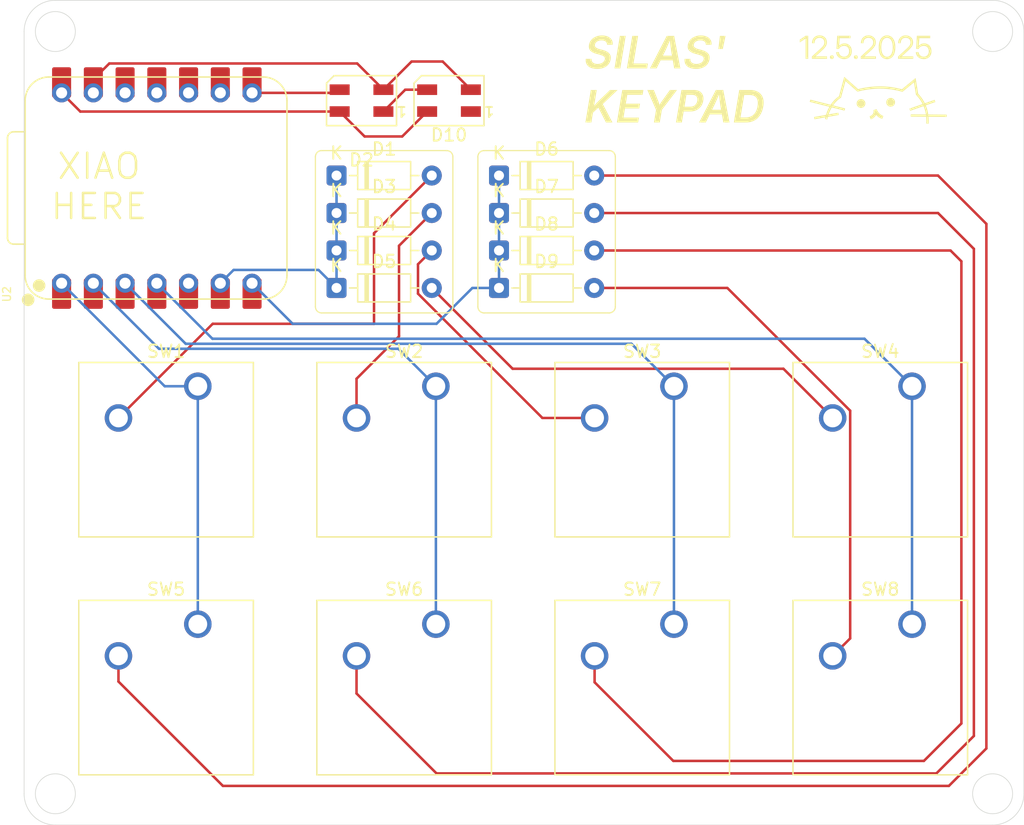
<source format=kicad_pcb>
(kicad_pcb (version 20241229) (generator "pcbnew") (generator_version "9.0")
  (title_block (title "Clicky PCB") (date "2025-12-05") (rev "2") (company "Silas Unger"))
  (layers (0 "F.Cu" signal) (2 "B.Cu" signal) (13 "F.Paste" user) (15 "B.Paste" user) (5 "F.SilkS" user "F.Silkscreen") (7 "B.SilkS" user "B.Silkscreen") (1 "F.Mask" user) (3 "B.Mask" user) (25 "Edge.Cuts" user))
  (net 0 "")
  (net 1 "Row0")
  (net 2 "Net-(D1-A)")
  (net 3 "LED")
  (net 4 "+5V")
  (net 5 "Net-(D10-DIN)")
  (net 6 "GND")
  (net 7 "Net-(D3-A)")
  (net 8 "Net-(D4-A)")
  (net 9 "Net-(D5-A)")
  (net 10 "Net-(D6-A)")
  (net 11 "Row1")
  (net 12 "Net-(D7-A)")
  (net 13 "Net-(D8-A)")
  (net 14 "Net-(D9-A)")
  (net 16 "Col0")
  (net 17 "Col1")
  (net 18 "Col2")
  (net 19 "Col3")
  (footprint "Button_Switch_Keyboard:SW_Cherry_MX_1.00u_PCB" (layer "F.Cu") (at 78.911 54.901)
    (property "Reference" "SW3")
    (property "Value" "SW_Push")
  )
  (footprint "Diode_THT:D_DO-35_SOD27_P7.62mm_Horizontal" (layer "F.Cu") (at 51.911 38.031)
    (property "Reference" "D1")
    (property "Value" "1N4148")
  )
  (footprint "Button_Switch_Keyboard:SW_Cherry_MX_1.00u_PCB" (layer "F.Cu") (at 59.861 73.951)
    (property "Reference" "SW6")
    (property "Value" "SW_Push")
  )
  (footprint "Diode_THT:D_DO-35_SOD27_P7.62mm_Horizontal" (layer "F.Cu") (at 51.911 41.031)
    (property "Reference" "D3")
    (property "Value" "1N4148")
  )
  (footprint "LED_SMD:LED_SK6812MINI_PLCC4_3.5x3.5mm_P1.75mm" (layer "F.Cu") (at 53.911 32.031 180)
    (property "Reference" "D2")
    (property "Value" "SK6812MINI")
  )
  (footprint "Button_Switch_Keyboard:SW_Cherry_MX_1.00u_PCB" (layer "F.Cu") (at 40.811 54.901)
    (property "Reference" "SW1")
    (property "Value" "SW_Push")
  )
  (footprint "Button_Switch_Keyboard:SW_Cherry_MX_1.00u_PCB" (layer "F.Cu") (at 97.961 73.951)
    (property "Reference" "SW8")
    (property "Value" "SW_Push")
  )
  (footprint "Diode_THT:D_DO-35_SOD27_P7.62mm_Horizontal" (layer "F.Cu") (at 64.911 47.031)
    (property "Reference" "D9")
    (property "Value" "1N4148")
  )
  (footprint "Diode_THT:D_DO-35_SOD27_P7.62mm_Horizontal" (layer "F.Cu") (at 64.911 44.031)
    (property "Reference" "D8")
    (property "Value" "1N4148")
  )
  (footprint "Diode_THT:D_DO-35_SOD27_P7.62mm_Horizontal" (layer "F.Cu") (at 51.911 44.031)
    (property "Reference" "D4")
    (property "Value" "1N4148")
  )
  (footprint "LED_SMD:LED_SK6812MINI_PLCC4_3.5x3.5mm_P1.75mm" (layer "F.Cu") (at 60.911 32.031 180)
    (property "Reference" "D10")
    (property "Value" "SK6812MINI")
  )
  (footprint "Diode_THT:D_DO-35_SOD27_P7.62mm_Horizontal" (layer "F.Cu") (at 51.911 47.031)
    (property "Reference" "D5")
    (property "Value" "1N4148")
  )
  (footprint "OPL:XIAO-RP2040-DIP" (layer "F.Cu") (at 37.531 39.031 90)
    (property "Reference" "U2")
    (property "Value" "XIAO-RP2040-DIP")
  )
  (footprint "Button_Switch_Keyboard:SW_Cherry_MX_1.00u_PCB" (layer "F.Cu") (at 78.911 73.951)
    (property "Reference" "SW7")
    (property "Value" "SW_Push")
  )
  (footprint "Button_Switch_Keyboard:SW_Cherry_MX_1.00u_PCB" (layer "F.Cu") (at 40.811 73.951)
    (property "Reference" "SW5")
    (property "Value" "SW_Push")
  )
  (footprint "Button_Switch_Keyboard:SW_Cherry_MX_1.00u_PCB" (layer "F.Cu") (at 97.961 54.901)
    (property "Reference" "SW4")
    (property "Value" "SW_Push")
  )
  (footprint "Diode_THT:D_DO-35_SOD27_P7.62mm_Horizontal" (layer "F.Cu") (at 64.911 38.031)
    (property "Reference" "D6")
    (property "Value" "1N4148")
  )
  (footprint "Button_Switch_Keyboard:SW_Cherry_MX_1.00u_PCB" (layer "F.Cu") (at 59.861 54.901)
    (property "Reference" "SW2")
    (property "Value" "SW_Push")
  )
  (footprint "Diode_THT:D_DO-35_SOD27_P7.62mm_Horizontal" (layer "F.Cu") (at 64.911 41.031)
    (property "Reference" "D7")
    (property "Value" "1N4148")
  )
  (gr_arc (start 63.221 36.531) (mid 63.367447 36.177447) (end 63.721 36.031) (stroke (width 0.1)) (layer "F.SilkS"))
  (gr_arc (start 61.221 48.531) (mid 61.074553 48.884553) (end 60.721 49.031) (stroke (width 0.1)) (layer "F.SilkS"))
  (gr_poly (pts (xy 91.55404 28.396439) (xy 91.562008 28.396963) (xy 91.569811 28.397835) (xy 91.57745 28.399057) (xy 91.584925 28.400627) (xy 91.592235 28.402547) (xy 91.599381 28.404815) (xy 91.606363 28.407433) (xy 91.61318 28.410399) (xy 91.619833 28.413715) (xy 91.626321 28.41738) (xy 91.632645 28.421393) (xy 91.638805 28.425756) (xy 91.6448 28.430467) (xy 91.650631 28.435528) (xy 91.656297 28.440937) (xy 91.661694 28.446591) (xy 91.666744 28.452411) (xy 91.671446 28.458397) (xy 91.6758 28.464549) (xy 91.679807 28.470867) (xy 91.683466 28.477352) (xy 91.686777 28.484002) (xy 91.68974 28.490819) (xy 91.692355 28.497801) (xy 91.694621 28.50495) (xy 91.696539 28.512265) (xy 91.698109 28.519746) (xy 91.69933 28.527393) (xy 91.700202 28.535206) (xy 91.700725 28.543185) (xy 91.7009 28.551331) (xy 91.700725 28.55931) (xy 91.700202 28.56714) (xy 91.69933 28.57482) (xy 91.698109 28.582352) (xy 91.696539 28.589734) (xy 91.694621 28.596966) (xy 91.692355 28.604049) (xy 91.68974 28.610983) (xy 91.686777 28.617768) (xy 91.683466 28.624403) (xy 91.679807 28.630889) (xy 91.6758 28.637226) (xy 91.671446 28.643413) (xy 91.666744 28.649451) (xy 91.661694 28.65534) (xy 91.656297 28.661079) (xy 91.650631 28.666566) (xy 91.6448 28.671697) (xy 91.638805 28.676473) (xy 91.632645 28.680894) (xy 91.626321 28.68496) (xy 91.619833 28.688672) (xy 91.61318 28.692028) (xy 91.606363 28.695031) (xy 91.599381 28.69768) (xy 91.592235 28.699975) (xy 91.584925 28.701916) (xy 91.57745 28.703504) (xy 91.569811 28.704738) (xy 91.562008 28.70562) (xy 91.55404 28.706149) (xy 91.545907 28.706325) (xy 91.537915 28.706149) (xy 91.530074 28.70562) (xy 91.522383 28.704738) (xy 91.514843 28.703504) (xy 91.507454 28.701916) (xy 91.500216 28.699975) (xy 91.493128 28.69768) (xy 91.48619 28.695031) (xy 91.479402 28.692028) (xy 91.472765 28.688672) (xy 91.466277 28.68496) (xy 91.459939 28.680894) (xy 91.453751 28.676473) (xy 91.447713 28.671697) (xy 91.441824 28.666566) (xy 91.436085 28.661079) (xy 91.43061 28.65534) (xy 91.425487 28.649451) (xy 91.420717 28.643413) (xy 91.4163 28.637226) (xy 91.412235 28.630889) (xy 91.408523 28.624403) (xy 91.405165 28.617768) (xy 91.402159 28.610983) (xy 91.399507 28.604049) (xy 91.397207 28.596966) (xy 91.395262 28.589734) (xy 91.39367 28.582352) (xy 91.392431 28.57482) (xy 91.391546 28.56714) (xy 91.391015 28.55931) (xy 91.390838 28.551331) (xy 91.391015 28.543185) (xy 91.391546 28.535206) (xy 91.392431 28.527393) (xy 91.39367 28.519746) (xy 91.395262 28.512265) (xy 91.397207 28.50495) (xy 91.399507 28.497801) (xy 91.402159 28.490819) (xy 91.405165 28.484002) (xy 91.408523 28.477352) (xy 91.412235 28.470867) (xy 91.4163 28.464549) (xy 91.420717 28.458397) (xy 91.425487 28.452411) (xy 91.43061 28.446591) (xy 91.436085 28.440937) (xy 91.441824 28.435528) (xy 91.447713 28.430467) (xy 91.453751 28.425756) (xy 91.459939 28.421393) (xy 91.466277 28.41738) (xy 91.472765 28.413715) (xy 91.479402 28.410399) (xy 91.48619 28.407433) (xy 91.493128 28.404815) (xy 91.500216 28.402547) (xy 91.507454 28.400627) (xy 91.514843 28.399057) (xy 91.522383 28.397835) (xy 91.530074 28.396963) (xy 91.537915 28.396439) (xy 91.545907 28.396265)) (fill yes) (layer "F.SilkS"))
  (gr_line (start 61.221 36.531) (end 61.221 48.531) (stroke (width 0.1)) (layer "F.SilkS"))
  (gr_line (start 73.721 49.031) (end 63.721 49.031) (stroke (width 0.1)) (layer "F.SilkS"))
  (gr_poly (pts (xy 76.400736 31.570025) (xy 75.175531 31.570025) (xy 75.060127 32.274407) (xy 76.194482 32.274407) (xy 76.129835 32.660711) (xy 74.99369 32.660711) (xy 74.874849 33.391294) (xy 76.10707 33.391294) (xy 76.042424 33.782752) (xy 74.343503 33.782752) (xy 74.775267 31.178496) (xy 76.467172 31.178496)) (fill yes) (layer "F.SilkS"))
  (gr_poly (pts (xy 99.416235 27.03554) (xy 98.551635 27.03554) (xy 98.506961 27.634683) (xy 98.509466 27.634683) (xy 98.531372 27.612291) (xy 98.553975 27.591345) (xy 98.577274 27.571846) (xy 98.60127 27.553792) (xy 98.625962 27.537183) (xy 98.651351 27.52202) (xy 98.677438 27.508302) (xy 98.704221 27.496029) (xy 98.731702 27.485201) (xy 98.759879 27.475817) (xy 98.788755 27.467877) (xy 98.818327 27.461381) (xy 98.848597 27.45633) (xy 98.879565 27.452721) (xy 98.911231 27.450557) (xy 98.943594 27.449835) (xy 98.964684 27.45015) (xy 98.985458 27.451094) (xy 99.005915 27.452667) (xy 99.026056 27.45487) (xy 99.045881 27.457703) (xy 99.065391 27.461165) (xy 99.084585 27.465257) (xy 99.103465 27.469979) (xy 99.122029 27.475331) (xy 99.14028 27.481314) (xy 99.158217 27.487926) (xy 99.175839 27.495169) (xy 99.193149 27.503043) (xy 99.210145 27.511547) (xy 99.226829 27.520681) (xy 99.2432 27.530447) (xy 99.259179 27.540765) (xy 99.274712 27.551558) (xy 99.289798 27.562826) (xy 99.304439 27.574569) (xy 99.318633 27.586787) (xy 99.332382 27.599479) (xy 99.345685 27.612647) (xy 99.358543 27.626289) (xy 99.370955 27.640406) (xy 99.382921 27.654998) (xy 99.394443 27.670065) (xy 99.405519 27.685606) (xy 99.41615 27.701623) (xy 99.426336 27.718114) (xy 99.436077 27.73508) (xy 99.445373 27.752521) (xy 99.454151 27.770352) (xy 99.462363 27.788515) (xy 99.47001 27.80701) (xy 99.47709 27.825836) (xy 99.483606 27.844992) (xy 99.489555 27.86448) (xy 99.494938 27.884298) (xy 99.499755 27.904446) (xy 99.504005 27.924923) (xy 99.50769 27.94573) (xy 99.510808 27.966866) (xy 99.513359 27.988331) (xy 99.515343 28.010124) (xy 99.516761 28.032246) (xy 99.517612 28.054695) (xy 99.517895 28.077471) (xy 99.517592 28.100564) (xy 99.516684 28.123315) (xy 99.515169 28.145727) (xy 99.513049 28.167798) (xy 99.510323 28.189528) (xy 99.506992 28.210919) (xy 99.503055 28.23197) (xy 99.498512 28.252681) (xy 99.493363 28.273052) (xy 99.487608 28.293083) (xy 99.481248 28.312775) (xy 99.474282 28.332128) (xy 99.466711 28.351141) (xy 99.458534 28.369814) (xy 99.449751 28.388149) (xy 99.440362 28.406145) (xy 99.430432 28.423741) (xy 99.420023 28.440851) (xy 99.409135 28.457474) (xy 99.397768 28.473612) (xy 99.385923 28.489264) (xy 99.373598 28.504431) (xy 99.360794 28.519112) (xy 99.347509 28.533308) (xy 99.333745 28.547019) (xy 99.319501 28.560245) (xy 99.304777 28.572987) (xy 99.289571 28.585244) (xy 99.273886 28.597018) (xy 99.257719 28.608308) (xy 99.24107 28.619114) (xy 99.223941 28.629436) (xy 99.206392 28.639202) (xy 99.188486 28.648336) (xy 99.170223 28.65684) (xy 99.151602 28.664713) (xy 99.132623 28.671956) (xy 99.113286 28.678569) (xy 99.093592 28.684551) (xy 99.073539 28.689903) (xy 99.053128 28.694625) (xy 99.032358 28.698717) (xy 99.01123 28.70218) (xy 98.989743 28.705012) (xy 98.967898 28.707215) (xy 98.945693 28.708789) (xy 98.92313 28.709733) (xy 98.900207 28.710047) (xy 98.878173 28.709759) (xy 98.856421 28.708896) (xy 98.83495 28.707457) (xy 98.813761 28.705442) (xy 98.792853 28.702851) (xy 98.772227 28.699684) (xy 98.751882 28.695941) (xy 98.731818 28.691622) (xy 98.712035 28.686726) (xy 98.692533 28.681254) (xy 98.673312 28.675205) (xy 98.654372 28.668579) (xy 98.635712 28.661377) (xy 98.617332 28.653598) (xy 98.599233 28.645242) (xy 98.581414 28.636309) (xy 98.563959 28.626868) (xy 98.546951 28.617016) (xy 98.530388 28.606753) (xy 98.514272 28.596079) (xy 98.498602 28.584994) (xy 98.483379 28.573498) (xy 98.468601 28.561591) (xy 98.454271 28.549272) (xy 98.440386 28.536543) (xy 98.426948 28.523402) (xy 98.413956 28.509851) (xy 98.40141 28.495888) (xy 98.389311 28.481514) (xy 98.377658 28.466729) (xy 98.366452 28.451533) (xy 98.355691 28.435926) (xy 98.345441 28.419983) (xy 98.335794 28.403778) (xy 98.326748 28.387311) (xy 98.318304 28.370582) (xy 98.310462 28.353591) (xy 98.303221 28.336339) (xy 98.296581 28.318825) (xy 98.290542 28.301049) (xy 98.285103 28.283012) (xy 98.280265 28.264713) (xy 98.276028 28.246152) (xy 98.272391 28.227329) (xy 98.269354 28.208244) (xy 98.266916 28.188898) (xy 98.265078 28.16929) (xy 98.263839 28.14942) (xy 98.48713 28.14942) (xy 98.489386 28.168896) (xy 98.492421 28.187942) (xy 98.496234 28.206555) (xy 98.500826 28.224738) (xy 98.506198 28.24249) (xy 98.512349 28.25981) (xy 98.51928 28.276699) (xy 98.526991 28.293156) (xy 98.535482 28.309183) (xy 98.544753 28.324778) (xy 98.554805 28.339942) (xy 98.565638 28.354675) (xy 98.577251 28.368977) (xy 98.589647 28.382847) (xy 98.602823 28.396287) (xy 98.616781 28.409295) (xy 98.631329 28.421687) (xy 98.646299 28.433279) (xy 98.661692 28.44407) (xy 98.677507 28.454062) (xy 98.693745 28.463254) (xy 98.710405 28.471646) (xy 98.727487 28.479238) (xy 98.744991 28.486031) (xy 98.762918 28.492024) (xy 98.781266 28.497218) (xy 98.800036 28.501612) (xy 98.819227 28.505207) (xy 98.83884 28.508003) (xy 98.858875 28.51) (xy 98.87933 28.511198) (xy 98.900207 28.511598) (xy 98.915124 28.51138) (xy 98.929803 28.510725) (xy 98.944246 28.509635) (xy 98.958452 28.508109) (xy 98.972422 28.506147) (xy 98.986154 28.503749) (xy 98.999651 28.500915) (xy 99.01291 28.497646) (xy 99.025933 28.493942) (xy 99.038719 28.489802) (xy 99.051269 28.485227) (xy 99.063582 28.480217) (xy 99.075659 28.474772) (xy 99.087499 28.468893) (xy 99.099103 28.462578) (xy 99.11047 28.455828) (xy 99.121554 28.448686) (xy 99.132333 28.441218) (xy 99.142808 28.433424) (xy 99.152979 28.425306) (xy 99.162846 28.416863) (xy 99.172408 28.408096) (xy 99.181665 28.399005) (xy 99.190616 28.389589) (xy 99.199263 28.37985) (xy 99.207603 28.369787) (xy 99.215639 28.3594) (xy 99.223368 28.348691) (xy 99.230791 28.337658) (xy 99.237907 28.326303) (xy 99.244717 28.314625) (xy 99.25122 28.302624) (xy 99.257384 28.29034) (xy 99.26315 28.277838) (xy 99.268518 28.265118) (xy 99.273489 28.252181) (xy 99.278062 28.239025) (xy 99.282237 28.225652) (xy 99.286015 28.212062) (xy 99.289395 28.198254) (xy 99.292378 28.184229) (xy 99.294963 28.169986) (xy 99.29715 28.155527) (xy 99.298939 28.140851) (xy 99.300331 28.125957) (xy 99.301325 28.110847) (xy 99.301922 28.095521) (xy 99.302121 28.079977) (xy 99.301931 28.064424) (xy 99.301363 28.049094) (xy 99.300415 28.033987) (xy 99.299089 28.019103) (xy 99.297385 28.004442) (xy 99.295302 27.990005) (xy 99.292842 27.97579) (xy 99.290004 27.961799) (xy 99.286788 27.948031) (xy 99.283195 27.934486) (xy 99.279225 27.921164) (xy 99.274878 27.908065) (xy 99.270154 27.89519) (xy 99.265054 27.882538) (xy 99.259578 27.870109) (xy 99.253726 27.857903) (xy 99.247522 27.845971) (xy 99.24102 27.834365) (xy 99.234218 27.823084) (xy 99.227117 27.812128) (xy 99.219717 27.801498) (xy 99.212017 27.791192) (xy 99.204017 27.781211) (xy 99.195718 27.771555) (xy 99.187118 27.762224) (xy 99.178217 27.753217) (xy 99.169016 27.744535) (xy 99.159513 27.736177) (xy 99.14971 27.728144) (xy 99.139605 27.720434) (xy 99.129199 27.713049) (xy 99.11849 27.705987) (xy 99.107532 27.699303) (xy 99.096349 27.693051) (xy 99.084941 27.687229) (xy 99.073309 27.681839) (xy 99.061454 27.67688) (xy 99.049374 27.672352) (xy 99.037071 27.668255) (xy 99.024545 27.66459) (xy 99.011795 27.661356) (xy 98.998823 27.658553) (xy 98.985628 27.656181) (xy 98.97221 27.654241) (xy 98.95857 27.652731) (xy 98.944708 27.651653) (xy 98.930623 27.651006) (xy 98.916317 27.650791) (xy 98.897413 27.651031) (xy 98.878849 27.65175) (xy 98.860626 27.65295) (xy 98.842742 27.654629) (xy 98.825198 27.656787) (xy 98.807994 27.659425) (xy 98.791129 27.662542) (xy 98.774603 27.666138) (xy 98.758416 27.670213) (xy 98.742568 27.674767) (xy 98.727059 27.6798) (xy 98.711887 27.685312) (xy 98.697054 27.691302) (xy 98.682558 27.697771) (xy 98.668401 27.704718) (xy 98.65458 27.712144) (xy 98.641198 27.720043) (xy 98.628328 27.728383) (xy 98.615971 27.737164) (xy 98.604125 27.746386) (xy 98.592792 27.756048) (xy 98.581972 27.766152) (xy 98.571665 27.776696) (xy 98.561871 27.787681) (xy 98.552591 27.799106) (xy 98.543824 27.810972) (xy 98.535572 27.823278) (xy 98.527833 27.836024) (xy 98.520608 27.84921) (xy 98.513899 27.862836) (xy 98.507703 27.876902) (xy 98.502023 27.891407) (xy 98.287466 27.891407) (xy 98.34946 26.83709) (xy 99.416235 26.83709)) (fill yes) (layer "F.SilkS"))
  (gr_line (start 74.221 36.531) (end 74.221 48.531) (stroke (width 0.1)) (layer "F.SilkS"))
  (gr_poly (pts (xy 85.044503 31.179108) (xy 85.091528 31.180942) (xy 85.137572 31.184) (xy 85.182634 31.188281) (xy 85.226713 31.193784) (xy 85.26981 31.20051) (xy 85.311923 31.208458) (xy 85.353054 31.217629) (xy 85.393201 31.228023) (xy 85.432365 31.239638) (xy 85.470545 31.252476) (xy 85.507741 31.266536) (xy 85.543954 31.281817) (xy 85.579182 31.298321) (xy 85.613425 31.316046) (xy 85.646684 31.334993) (xy 85.678869 31.355067) (xy 85.709864 31.376202) (xy 85.73967 31.398397) (xy 85.768286 31.421651) (xy 85.795713 31.445965) (xy 85.821951 31.471339) (xy 85.847 31.497772) (xy 85.87086 31.525263) (xy 85.893532 31.553814) (xy 85.915014 31.583423) (xy 85.935308 31.61409) (xy 85.954414 31.645815) (xy 85.972331 31.678599) (xy 85.98906 31.71244) (xy 86.004601 31.747338) (xy 86.018954 31.783294) (xy 86.03203 31.820223) (xy 86.043711 31.858039) (xy 86.053998 31.896742) (xy 86.06289 31.936333) (xy 86.070389 31.976812) (xy 86.076494 32.018178) (xy 86.081205 32.060432) (xy 86.084523 32.103574) (xy 86.086447 32.147603) (xy 86.086977 32.19252) (xy 86.086115 32.238324) (xy 86.083859 32.285016) (xy 86.080211 32.332595) (xy 86.075169 32.381063) (xy 86.068735 32.430417) (xy 86.060908 32.48066) (xy 86.047233 32.55609) (xy 86.031551 32.629437) (xy 86.013862 32.7007) (xy 85.994166 32.76988) (xy 85.972463 32.836977) (xy 85.948752 32.90199) (xy 85.923034 32.964921) (xy 85.895309 33.02577) (xy 85.865576 33.084536) (xy 85.833835 33.14122) (xy 85.800086 33.195822) (xy 85.76433 33.248343) (xy 85.726565 33.298782) (xy 85.686792 33.34714) (xy 85.645011 33.393417) (xy 85.601222 33.437613) (xy 85.555527 33.479408) (xy 85.508001 33.518505) (xy 85.458645 33.554907) (xy 85.407457 33.588612) (xy 85.35444 33.61962) (xy 85.299592 33.647933) (xy 85.242913 33.673548) (xy 85.184403 33.696468) (xy 85.124063 33.716691) (xy 85.061893 33.734217) (xy 84.997891 33.749047) (xy 84.93206 33.761181) (xy 84.864397 33.770618) (xy 84.794904 33.777359) (xy 84.723581 33.781404) (xy 84.650427 33.782752) (xy 83.703135 33.782752) (xy 83.770054 33.379052) (xy 84.236201 33.379052) (xy 84.625941 33.379052) (xy 84.67695 33.378172) (xy 84.726631 33.37553) (xy 84.774984 33.371126) (xy 84.822008 33.364961) (xy 84.867705 33.357035) (xy 84.912074 33.347347) (xy 84.955114 33.335898) (xy 84.996827 33.322687) (xy 85.037211 33.307715) (xy 85.076267 33.290981) (xy 85.113996 33.272486) (xy 85.150396 33.252229) (xy 85.185468 33.230211) (xy 85.219212 33.206431) (xy 85.251628 33.180889) (xy 85.282716 33.153586) (xy 85.312476 33.124522) (xy 85.340908 33.093695) (xy 85.368012 33.061107) (xy 85.393787 33.026758) (xy 85.418235 32.990647) (xy 85.441355 32.952774) (xy 85.463146 32.91314) (xy 85.48361 32.871743) (xy 85.502745 32.828586) (xy 85.520552 32.783666) (xy 85.537032 32.736985) (xy 85.552183 32.688542) (xy 85.578501 32.58637) (xy 85.599507 32.477152) (xy 85.614344 32.368791) (xy 85.621728 32.26742) (xy 85.622625 32.219356) (xy 85.621658 32.17304) (xy 85.618828 32.128471) (xy 85.614134 32.08565) (xy 85.607576 32.044577) (xy 85.599155 32.005251) (xy 85.58887 31.967673) (xy 85.576722 31.931843) (xy 85.562709 31.89776) (xy 85.546833 31.865425) (xy 85.529093 31.834838) (xy 85.509489 31.805998) (xy 85.488021 31.778906) (xy 85.464689 31.753562) (xy 85.439493 31.729966) (xy 85.412433 31.708117) (xy 85.383509 31.688017) (xy 85.352721 31.669664) (xy 85.320068 31.653059) (xy 85.285552 31.638202) (xy 85.249171 31.625092) (xy 85.210926 31.613731) (xy 85.170816 31.604117) (xy 85.128842 31.596252) (xy 85.085004 31.590134) (xy 85.039301 31.585764) (xy 84.991734 31.583142) (xy 84.942302 31.582268) (xy 84.533302 31.582268) (xy 84.236201 33.379052) (xy 83.770054 33.379052) (xy 84.134828 31.178496) (xy 84.996495 31.178496)) (fill yes) (layer "F.SilkS"))
  (gr_poly (pts (xy 80.518823 31.17893) (xy 80.554849 31.180231) (xy 80.589987 31.1824) (xy 80.624237 31.185436) (xy 80.6576 31.18934) (xy 80.690075 31.194111) (xy 80.721662 31.199749) (xy 80.752362 31.206255) (xy 80.782175 31.213629) (xy 80.811099 31.22187) (xy 80.839136 31.230978) (xy 80.866286 31.240954) (xy 80.892547 31.251798) (xy 80.917922 31.263509) (xy 80.942409 31.276087) (xy 80.966008 31.289533) (xy 80.988738 31.303728) (xy 81.010593 31.318578) (xy 81.031572 31.334084) (xy 81.051677 31.350247) (xy 81.070906 31.367065) (xy 81.08926 31.38454) (xy 81.10674 31.402671) (xy 81.123345 31.421457) (xy 81.139077 31.4409) (xy 81.153934 31.460999) (xy 81.167917 31.481753) (xy 81.181027 31.503164) (xy 81.193264 31.525231) (xy 81.204627 31.547954) (xy 81.215118 31.571333) (xy 81.224736 31.595369) (xy 81.233454 31.61994) (xy 81.241273 31.644927) (xy 81.248192 31.670331) (xy 81.254211 31.696151) (xy 81.25933 31.722387) (xy 81.263549 31.749039) (xy 81.266867 31.776107) (xy 81.269284 31.803591) (xy 81.2708 31.831491) (xy 81.271414 31.859808) (xy 81.271128 31.88854) (xy 81.269939 31.917689) (xy 81.267849 31.947253) (xy 81.264856 31.977234) (xy 81.260962 32.007631) (xy 81.256164 32.038444) (xy 81.250761 32.069478) (xy 81.244594 32.100081) (xy 81.23766 32.130252) (xy 81.229962 32.159993) (xy 81.221499 32.189303) (xy 81.212271 32.218182) (xy 81.202277 32.246631) (xy 81.191518 32.274649) (xy 81.179994 32.302237) (xy 81.167705 32.329394) (xy 81.154651 32.356121) (xy 81.140832 32.382419) (xy 81.126248 32.408286) (xy 81.110898 32.433723) (xy 81.094783 32.458731) (xy 81.077903 32.483309) (xy 81.060303 32.507336) (xy 81.042026 32.530716) (xy 81.023074 32.55345) (xy 81.003445 32.575537) (xy 80.983141 32.596976) (xy 80.962161 32.617769) (xy 80.940506 32.637913) (xy 80.918175 32.657409) (xy 80.895169 32.676256) (xy 80.871487 32.694455) (xy 80.847131 32.712004) (xy 80.822099 32.728904) (xy 80.796392 32.745154) (xy 80.770011 32.760755) (xy 80.742954 32.775704) (xy 80.715223 32.790004) (xy 80.686846 32.803553) (xy 80.657876 32.816229) (xy 80.628313 32.828031) (xy 80.598158 32.838958) (xy 80.567409 32.849011) (xy 80.536067 32.85819) (xy 80.504131 32.866495) (xy 80.471601 32.873926) (xy 80.438477 32.880482) (xy 80.40476 32.886165) (xy 80.370447 32.890973) (xy 80.335541 32.894907) (xy 80.300039 32.897966) (xy 80.263942 32.900152) (xy 80.22725 32.901463) (xy 80.189963 32.9019) (xy 79.688397 32.9019) (xy 79.543283 33.782752) (xy 79.076655 33.782752) (xy 79.286407 32.517386) (xy 79.753044 32.517386) (xy 80.189963 32.517386) (xy 80.223328 32.516854) (xy 80.25569 32.515255) (xy 80.287048 32.512592) (xy 80.317403 32.508862) (xy 80.346753 32.504068) (xy 80.3751 32.498208) (xy 80.402442 32.491282) (xy 80.428781 32.483291) (xy 80.454115 32.474234) (xy 80.478445 32.464112) (xy 80.501771 32.452925) (xy 80.524092 32.440672) (xy 80.545408 32.427354) (xy 80.56572 32.41297) (xy 80.585026 32.39752) (xy 80.603328 32.381005) (xy 80.620714 32.363705) (xy 80.637245 32.34587) (xy 80.652923 32.327503) (xy 80.667746 32.308602) (xy 80.681716 32.289167) (xy 80.694831 32.2692) (xy 80.707092 32.2487) (xy 80.7185 32.227667) (xy 80.729053 32.206101) (xy 80.738752 32.184003) (xy 80.747597 32.161372) (xy 80.755588 32.138209) (xy 80.762725 32.114513) (xy 80.769008 32.090285) (xy 80.774437 32.065525) (xy 80.779012 32.040233) (xy 80.782861 32.014738) (xy 80.785657 31.989822) (xy 80.7874 31.965488) (xy 80.788089 31.941734) (xy 80.787727 31.91856) (xy 80.786312 31.895967) (xy 80.783846 31.873955) (xy 80.780327 31.852523) (xy 80.775758 31.831672) (xy 80.770138 31.811401) (xy 80.763467 31.791711) (xy 80.755747 31.772601) (xy 80.746976 31.754072) (xy 80.737155 31.736123) (xy 80.726285 31.718755) (xy 80.714367 31.701968) (xy 80.707973 31.693855) (xy 80.701248 31.685998) (xy 80.694191 31.678399) (xy 80.686804 31.671058) (xy 80.679086 31.663973) (xy 80.671037 31.657146) (xy 80.662657 31.650576) (xy 80.653946 31.644263) (xy 80.644904 31.638208) (xy 80.635531 31.63241) (xy 80.625826 31.626869) (xy 80.615791 31.621586) (xy 80.594727 31.611793) (xy 80.572338 31.603029) (xy 80.548624 31.595295) (xy 80.523586 31.588592) (xy 80.497223 31.58292) (xy 80.469534 31.578278) (xy 80.440521 31.574668) (xy 80.410182 31.572089) (xy 80.378518 31.570541) (xy 80.345529 31.570025) (xy 79.908611 31.570025) (xy 79.753044 32.517386) (xy 79.286407 32.517386) (xy 79.508346 31.178496) (xy 80.48191 31.178496)) (fill yes) (layer "F.SilkS"))
  (gr_line (start 50.721 36.031) (end 60.721 36.031) (stroke (width 0.1)) (layer "F.SilkS"))
  (gr_poly (pts (xy 75.675377 29.058408) (xy 76.825412 29.058408) (xy 76.760765 29.451656) (xy 75.144032 29.451656) (xy 75.575723 26.8474) (xy 76.042424 26.8474)) (fill yes) (layer "F.SilkS"))
  (gr_poly (pts (xy 77.627658 32) (xy 77.646426 32.047678) (xy 77.664187 32.094598) (xy 77.680955 32.140753) (xy 77.696743 32.186135) (xy 77.704297 32.208921) (xy 77.711657 32.232284) (xy 77.718825 32.256221) (xy 77.7258 32.280734) (xy 77.732584 32.30582) (xy 77.739177 32.33148) (xy 77.745581 32.357711) (xy 77.751796 32.384514) (xy 77.782282 32.329975) (xy 77.797436 32.303723) (xy 77.812532 32.278148) (xy 77.827571 32.253251) (xy 77.842554 32.229032) (xy 77.857482 32.205491) (xy 77.872355 32.182628) (xy 77.902639 32.137471) (xy 77.934004 32.091985) (xy 77.966455 32.046164) (xy 78 32) (xy 78.590769 31.178496) (xy 79.15877 31.178496) (xy 77.942299 32.774325) (xy 77.77628 33.782752) (xy 77.30958 33.782752) (xy 77.477389 32.774325) (xy 76.780022 31.178496) (xy 77.299128 31.178496)) (fill yes) (layer "F.SilkS"))
  (gr_poly (pts (xy 89.657986 28.685276) (xy 89.44214 28.685276) (xy 89.44214 27.067756) (xy 89.440922 27.067756) (xy 88.980737 27.372947) (xy 88.980737 27.144716) (xy 89.44214 26.83709) (xy 89.657986 26.83709)) (fill yes) (layer "F.SilkS"))
  (gr_poly (pts (xy 93.897411 31.910969) (xy 93.915253 31.912328) (xy 93.932837 31.914565) (xy 93.95014 31.917658) (xy 93.967141 31.921585) (xy 93.983817 31.926325) (xy 94.000146 31.931855) (xy 94.016106 31.938152) (xy 94.031675 31.945195) (xy 94.046831 31.952962) (xy 94.061551 31.961429) (xy 94.075813 31.970576) (xy 94.089596 31.98038) (xy 94.102877 31.990819) (xy 94.115633 32.001871) (xy 94.127844 32.013513) (xy 94.139486 32.025723) (xy 94.150538 32.03848) (xy 94.160976 32.05176) (xy 94.17078 32.065543) (xy 94.179927 32.079805) (xy 94.188395 32.094525) (xy 94.196162 32.109681) (xy 94.203205 32.12525) (xy 94.209502 32.14121) (xy 94.215032 32.157539) (xy 94.219771 32.174215) (xy 94.223699 32.191215) (xy 94.226792 32.208518) (xy 94.229029 32.226102) (xy 94.230388 32.243943) (xy 94.230845 32.262021) (xy 94.230388 32.280093) (xy 94.229029 32.297928) (xy 94.226792 32.315506) (xy 94.223699 32.332804) (xy 94.219771 32.3498) (xy 94.215032 32.366471) (xy 94.209502 32.382796) (xy 94.203205 32.398752) (xy 94.196162 32.414317) (xy 94.188395 32.429469) (xy 94.179927 32.444186) (xy 94.17078 32.458446) (xy 94.160976 32.472226) (xy 94.150538 32.485505) (xy 94.139486 32.49826) (xy 94.127844 32.510468) (xy 94.115633 32.522109) (xy 94.102877 32.533159) (xy 94.089596 32.543597) (xy 94.075813 32.5534) (xy 94.061551 32.562546) (xy 94.046831 32.571013) (xy 94.031675 32.578779) (xy 94.016106 32.585821) (xy 94.000146 32.592118) (xy 93.983817 32.597648) (xy 93.967141 32.602387) (xy 93.95014 32.606315) (xy 93.932837 32.609408) (xy 93.915253 32.611645) (xy 93.897411 32.613003) (xy 93.879333 32.613461) (xy 93.861262 32.613003) (xy 93.843426 32.611645) (xy 93.825848 32.609408) (xy 93.808551 32.606315) (xy 93.791555 32.602387) (xy 93.774884 32.597648) (xy 93.758559 32.592118) (xy 93.742603 32.585821) (xy 93.727038 32.578779) (xy 93.711885 32.571013) (xy 93.697168 32.562546) (xy 93.682909 32.5534) (xy 93.669128 32.543597) (xy 93.65585 32.533159) (xy 93.643095 32.522109) (xy 93.630887 32.510468) (xy 93.619246 32.49826) (xy 93.608196 32.485505) (xy 93.597758 32.472226) (xy 93.587955 32.458446) (xy 93.578809 32.444186) (xy 93.570342 32.429469) (xy 93.562576 32.414317) (xy 93.555534 32.398752) (xy 93.549237 32.382796) (xy 93.543708 32.366471) (xy 93.538968 32.3498) (xy 93.535041 32.332804) (xy 93.531947 32.315506) (xy 93.52971 32.297928) (xy 93.528352 32.280093) (xy 93.527894 32.262021) (xy 93.528352 32.243943) (xy 93.52971 32.226102) (xy 93.531947 32.208518) (xy 93.535041 32.191215) (xy 93.538968 32.174215) (xy 93.543708 32.157539) (xy 93.549237 32.14121) (xy 93.555534 32.12525) (xy 93.562576 32.109681) (xy 93.570342 32.094525) (xy 93.578809 32.079805) (xy 93.587955 32.065543) (xy 93.597758 32.05176) (xy 93.608196 32.03848) (xy 93.619246 32.025723) (xy 93.630887 32.013513) (xy 93.643095 32.001871) (xy 93.65585 31.990819) (xy 93.669128 31.98038) (xy 93.682909 31.970576) (xy 93.697168 31.961429) (xy 93.711885 31.952962) (xy 93.727038 31.945195) (xy 93.742603 31.938152) (xy 93.758559 31.931855) (xy 93.774884 31.926325) (xy 93.791555 31.921585) (xy 93.808551 31.917658) (xy 93.825848 31.914565) (xy 93.843426 31.912328) (xy 93.861262 31.910969) (xy 93.879333 31.910511)) (fill yes) (layer "F.SilkS"))
  (gr_poly (pts (xy 94.496014 26.807587) (xy 94.517238 26.808423) (xy 94.538143 26.809815) (xy 94.558727 26.811765) (xy 94.578991 26.814272) (xy 94.598935 26.817336) (xy 94.618559 26.820957) (xy 94.637864 26.825135) (xy 94.656849 26.82987) (xy 94.675515 26.835162) (xy 94.693861 26.841011) (xy 94.711888 26.847417) (xy 94.729596 26.854381) (xy 94.746985 26.861901) (xy 94.764055 26.869978) (xy 94.780806 26.878613) (xy 94.797174 26.88774) (xy 94.813098 26.897294) (xy 94.828577 26.907276) (xy 94.843611 26.917686) (xy 94.858199 26.928522) (xy 94.872341 26.939785) (xy 94.886037 26.951475) (xy 94.899288 26.963591) (xy 94.912092 26.976133) (xy 94.924449 26.989102) (xy 94.93636 27.002496) (xy 94.947823 27.016315) (xy 94.95884 27.03056) (xy 94.969409 27.04523) (xy 94.97953 27.060326) (xy 94.989204 27.075845) (xy 94.998372 27.091743) (xy 95.006947 27.107944) (xy 95.014931 27.124449) (xy 95.022322 27.141258) (xy 95.029121 27.158371) (xy 95.035329 27.175789) (xy 95.040944 27.19351) (xy 95.045969 27.211537) (xy 95.050401 27.229867) (xy 95.054242 27.248503) (xy 95.057492 27.267443) (xy 95.060151 27.286688) (xy 95.062219 27.306238) (xy 95.063696 27.326093) (xy 95.064582 27.346253) (xy 95.064877 27.366718) (xy 95.064492 27.388931) (xy 95.063337 27.410921) (xy 95.061411 27.43269) (xy 95.058716 27.454237) (xy 95.05525 27.475562) (xy 95.051014 27.496665) (xy 95.046008 27.517546) (xy 95.040232 27.538205) (xy 95.033686 27.558642) (xy 95.026369 27.578856) (xy 95.018283 27.598847) (xy 95.009426 27.618616) (xy 94.999799 27.638162) (xy 94.989402 27.657486) (xy 94.978235 27.676586) (xy 94.966298 27.695463) (xy 94.953553 27.714352) (xy 94.939991 27.733515) (xy 94.925612 27.75295) (xy 94.910415 27.772658) (xy 94.894401 27.792639) (xy 94.877569 27.812893) (xy 94.859919 27.833418) (xy 94.841451 27.854216) (xy 94.802062 27.896626) (xy 94.7594 27.940122) (xy 94.713464 27.984702) (xy 94.664253 28.030365) (xy 94.164335 28.484322) (xy 94.164335 28.486827) (xy 95.076046 28.486827) (xy 95.076046 28.685276) (xy 93.861722 28.685276) (xy 93.861722 28.497995) (xy 94.519142 27.897635) (xy 94.547904 27.871061) (xy 94.57529 27.845299) (xy 94.6013 27.820351) (xy 94.625935 27.796218) (xy 94.649194 27.7729) (xy 94.671077 27.750399) (xy 94.691585 27.728715) (xy 94.710716 27.707848) (xy 94.728572 27.687425) (xy 94.737041 27.677258) (xy 94.745202 27.667122) (xy 94.753058 27.657016) (xy 94.760608 27.64694) (xy 94.767851 27.636895) (xy 94.77479 27.626879) (xy 94.781423 27.616894) (xy 94.78775 27.606939) (xy 94.793773 27.597014) (xy 94.799491 27.58712) (xy 94.804905 27.577255) (xy 94.810014 27.567421) (xy 94.814819 27.557617) (xy 94.81932 27.547843) (xy 94.823521 27.538008) (xy 94.827452 27.528047) (xy 94.831112 27.51796) (xy 94.834502 27.507748) (xy 94.837621 27.497409) (xy 94.840469 27.486945) (xy 94.843047 27.476355) (xy 94.845353 27.465639) (xy 94.847389 27.454797) (xy 94.849153 27.44383) (xy 94.850647 27.432736) (xy 94.851869 27.421517) (xy 94.852819 27.410172) (xy 94.853498 27.398701) (xy 94.853906 27.387104) (xy 94.854042 27.375381) (xy 94.853647 27.354266) (xy 94.852461 27.333712) (xy 94.850486 27.313721) (xy 94.847721 27.294291) (xy 94.844166 27.275424) (xy 94.839821 27.257119) (xy 94.834687 27.239376) (xy 94.828763 27.222195) (xy 94.822049 27.205576) (xy 94.814546 27.189519) (xy 94.806254 27.174025) (xy 94.797172 27.159092) (xy 94.787301 27.144722) (xy 94.776642 27.130913) (xy 94.765193 27.117667) (xy 94.752955 27.104983) (xy 94.740018 27.092967) (xy 94.726495 27.081727) (xy 94.712386 27.071262) (xy 94.697692 27.061572) (xy 94.682413 27.052657) (xy 94.666547 27.044518) (xy 94.650096 27.037153) (xy 94.63306 27.030564) (xy 94.615438 27.02475) (xy 94.59723 27.019712) (xy 94.578436 27.015448) (xy 94.559057 27.01196) (xy 94.539093 27.009246) (xy 94.518542 27.007308) (xy 94.497406 27.006146) (xy 94.475685 27.005758) (xy 94.4523 27.006211) (xy 94.429583 27.00757) (xy 94.407534 27.009835) (xy 94.386153 27.013007) (xy 94.365441 27.017084) (xy 94.345396 27.022067) (xy 94.326021 27.027957) (xy 94.307313 27.034752) (xy 94.289275 27.042454) (xy 94.271904 27.051062) (xy 94.255203 27.060575) (xy 94.239171 27.070995) (xy 94.223808 27.082321) (xy 94.209114 27.094553) (xy 94.195089 27.107691) (xy 94.181733 27.121735) (xy 94.169119 27.136549) (xy 94.157317 27.151998) (xy 94.146327 27.168081) (xy 94.13615 27.184799) (xy 94.126786 27.202151) (xy 94.118235 27.220138) (xy 94.110498 27.23876) (xy 94.103574 27.258017) (xy 94.097463 27.277909) (xy 94.092167 27.298436) (xy 94.087685 27.319599) (xy 94.084018 27.341397) (xy 94.081165 27.36383) (xy 94.079127 27.386899) (xy 94.077904 27.410604) (xy 94.077496 27.434944) (xy 93.869169 27.434944) (xy 93.869462 27.412012) (xy 93.870341 27.389419) (xy 93.871805 27.367165) (xy 93.873855 27.34525) (xy 93.876491 27.323674) (xy 93.879714 27.302437) (xy 93.883522 27.281539) (xy 93.887917 27.260979) (xy 93.892898 27.240759) (xy 93.898466 27.220877) (xy 93.904621 27.201335) (xy 93.911362 27.182131) (xy 93.91869 27.163266) (xy 93.926605 27.14474) (xy 93.935107 27.126553) (xy 93.944197 27.108705) (xy 93.953819 27.091268) (xy 93.963919 27.074311) (xy 93.974498 27.057836) (xy 93.985556 27.041842) (xy 93.997093 27.026328) (xy 94.009108 27.011295) (xy 94.021604 26.996743) (xy 94.034579 26.98267) (xy 94.048033 26.969077) (xy 94.061968 26.955964) (xy 94.076384 26.94333) (xy 94.091279 26.931176) (xy 94.106656 26.919501) (xy 94.122514 26.908304) (xy 94.138853 26.897586) (xy 94.155673 26.887347) (xy 94.172913 26.877647) (xy 94.190511 26.868574) (xy 94.208466 26.860129) (xy 94.226779 26.85231) (xy 94.245449 26.845118) (xy 94.264477 26.838553) (xy 94.283864 26.832613) (xy 94.303608 26.8273) (xy 94.32371 26.822613) (xy 94.344171 26.818551) (xy 94.364991 26.815115) (xy 94.386168 26.812304) (xy 94.407705 26.810118) (xy 94.429601 26.808557) (xy 94.451855 26.807621) (xy 94.474469 26.807308)) (fill yes) (layer "F.SilkS"))
  (gr_arc (start 74.221 48.531) (mid 74.074553 48.884553) (end 73.721 49.031) (stroke (width 0.1)) (layer "F.SilkS"))
  (gr_poly (pts (xy 95.98585 26.807766) (xy 96.010793 26.809141) (xy 96.035308 26.811431) (xy 96.059397 26.814636) (xy 96.083058 26.818758) (xy 96.106293 26.823795) (xy 96.129101 26.829748) (xy 96.151482 26.836616) (xy 96.173438 26.844399) (xy 96.194967 26.853098) (xy 96.216071 26.862712) (xy 96.236749 26.87324) (xy 96.257002 26.884684) (xy 96.276829 26.897042) (xy 96.296232 26.910315) (xy 96.31521 26.924503) (xy 96.333706 26.939538) (xy 96.351664 26.955329) (xy 96.369083 26.971875) (xy 96.385963 26.989176) (xy 96.402305 27.007232) (xy 96.418109 27.026043) (xy 96.433374 27.045609) (xy 96.4481 27.06593) (xy 96.462288 27.087006) (xy 96.475937 27.108838) (xy 96.489047 27.131424) (xy 96.501619 27.154765) (xy 96.513653 27.178862) (xy 96.525147 27.203713) (xy 96.536103 27.22932) (xy 96.546521 27.255681) (xy 96.556364 27.282741) (xy 96.565571 27.310415) (xy 96.574143 27.338703) (xy 96.582079 27.367606) (xy 96.58938 27.397123) (xy 96.596045 27.427255) (xy 96.602075 27.458001) (xy 96.60747 27.489362) (xy 96.612229 27.521339) (xy 96.616354 27.55393) (xy 96.619844 27.587137) (xy 96.622699 27.620959) (xy 96.624919 27.655396) (xy 96.626505 27.690448) (xy 96.627457 27.726117) (xy 96.627774 27.7624) (xy 96.626505 27.834064) (xy 96.622699 27.90328) (xy 96.616354 27.970049) (xy 96.60747 28.034374) (xy 96.602075 28.06562) (xy 96.596045 28.096255) (xy 96.58938 28.12628) (xy 96.582079 28.155695) (xy 96.574143 28.184501) (xy 96.565571 28.212696) (xy 96.556364 28.240282) (xy 96.546521 28.267258) (xy 96.536103 28.293555) (xy 96.525147 28.319099) (xy 96.513653 28.343892) (xy 96.501619 28.367933) (xy 96.489047 28.391222) (xy 96.475937 28.41376) (xy 96.462288 28.435546) (xy 96.4481 28.45658) (xy 96.433374 28.476863) (xy 96.418109 28.496394) (xy 96.402305 28.515173) (xy 96.385963 28.5332) (xy 96.369083 28.550476) (xy 96.351664 28.567) (xy 96.333706 28.582772) (xy 96.31521 28.597793) (xy 96.296232 28.611993) (xy 96.276829 28.625277) (xy 96.257002 28.637645) (xy 96.236749 28.649097) (xy 96.216071 28.659632) (xy 96.194967 28.669252) (xy 96.173438 28.677955) (xy 96.151482 28.685742) (xy 96.129101 28.692613) (xy 96.106293 28.698568) (xy 96.083058 28.703607) (xy 96.059397 28.707729) (xy 96.035308 28.710936) (xy 96.010793 28.713226) (xy 95.98585 28.7146) (xy 95.960479 28.715058) (xy 95.93511 28.7146) (xy 95.910172 28.713226) (xy 95.885665 28.710936) (xy 95.861589 28.707729) (xy 95.837945 28.703607) (xy 95.814732 28.698568) (xy 95.79195 28.692613) (xy 95.769599 28.685742) (xy 95.747679 28.677955) (xy 95.726191 28.669252) (xy 95.705134 28.659632) (xy 95.684508 28.649097) (xy 95.664313 28.637645) (xy 95.64455 28.625277) (xy 95.625218 28.611993) (xy 95.606317 28.597793) (xy 95.587896 28.582772) (xy 95.570004 28.567) (xy 95.55264 28.550476) (xy 95.535805 28.5332) (xy 95.519499 28.515173) (xy 95.503721 28.496394) (xy 95.488471 28.476863) (xy 95.47375 28.45658) (xy 95.459557 28.435546) (xy 95.445894 28.41376) (xy 95.432758 28.391222) (xy 95.420151 28.367933) (xy 95.408072 28.343892) (xy 95.396522 28.319099) (xy 95.385501 28.293555) (xy 95.375007 28.267258) (xy 95.365086 28.240282) (xy 95.355806 28.212696) (xy 95.347166 28.184501) (xy 95.339167 28.155695) (xy 95.331808 28.12628) (xy 95.32509 28.096255) (xy 95.319012 28.06562) (xy 95.313574 28.034374) (xy 95.308776 28.002517) (xy 95.304619 27.970049) (xy 95.301101 27.93697) (xy 95.298223 27.90328) (xy 95.295985 27.868978) (xy 95.294386 27.834064) (xy 95.293427 27.798538) (xy 95.293107 27.7624) (xy 95.504014 27.7624) (xy 95.504491 27.805697) (xy 95.505921 27.847826) (xy 95.508304 27.888787) (xy 95.511641 27.928581) (xy 95.515932 27.967206) (xy 95.521177 28.004664) (xy 95.527376 28.040953) (xy 95.53453 28.076075) (xy 95.542638 28.11003) (xy 95.551702 28.142816) (xy 95.56172 28.174434) (xy 95.572694 28.204885) (xy 95.584624 28.234168) (xy 95.59751 28.262283) (xy 95.611351 28.28923) (xy 95.626149 28.31501) (xy 95.641775 28.339418) (xy 95.658103 28.362253) (xy 95.675133 28.383513) (xy 95.692865 28.403199) (xy 95.701994 28.412452) (xy 95.711299 28.421311) (xy 95.72078 28.429777) (xy 95.730436 28.437849) (xy 95.740267 28.445527) (xy 95.750275 28.452812) (xy 95.760458 28.459703) (xy 95.770817 28.4662) (xy 95.781351 28.472304) (xy 95.792062 28.478014) (xy 95.802948 28.48333) (xy 95.81401 28.488253) (xy 95.825248 28.492782) (xy 95.836662 28.496917) (xy 95.848251 28.500658) (xy 95.860017 28.504006) (xy 95.871959 28.50696) (xy 95.884076 28.50952) (xy 95.89637 28.511686) (xy 95.90884 28.513458) (xy 95.921485 28.514837) (xy 95.934307 28.515821) (xy 95.960479 28.516609) (xy 95.986639 28.515821) (xy 96.012095 28.513458) (xy 96.036849 28.50952) (xy 96.0609 28.504006) (xy 96.084248 28.496917) (xy 96.106894 28.488253) (xy 96.128837 28.478014) (xy 96.150078 28.4662) (xy 96.170617 28.452812) (xy 96.190453 28.437849) (xy 96.209588 28.421311) (xy 96.228021 28.403199) (xy 96.245752 28.383513) (xy 96.262781 28.362253) (xy 96.279109 28.339418) (xy 96.294735 28.31501) (xy 96.309534 28.28923) (xy 96.323377 28.262283) (xy 96.336266 28.234168) (xy 96.3482 28.204885) (xy 96.359179 28.174434) (xy 96.369204 28.142816) (xy 96.378274 28.11003) (xy 96.386389 28.076075) (xy 96.393549 28.040953) (xy 96.399755 28.004664) (xy 96.405006 27.967206) (xy 96.409302 27.928581) (xy 96.412644 27.888787) (xy 96.415031 27.847826) (xy 96.416463 27.805697) (xy 96.41694 27.7624) (xy 96.416463 27.718805) (xy 96.415031 27.676398) (xy 96.412644 27.635178) (xy 96.409302 27.595146) (xy 96.405006 27.556301) (xy 96.399755 27.518644) (xy 96.393549 27.482174) (xy 96.386389 27.446891) (xy 96.378274 27.412796) (xy 96.369204 27.379887) (xy 96.359179 27.348166) (xy 96.3482 27.317631) (xy 96.336266 27.288283) (xy 96.323377 27.260121) (xy 96.309534 27.233146) (xy 96.294735 27.207358) (xy 96.279109 27.182949) (xy 96.262781 27.160115) (xy 96.245752 27.138854) (xy 96.228021 27.119168) (xy 96.218892 27.109915) (xy 96.209588 27.101056) (xy 96.200109 27.09259) (xy 96.190453 27.084518) (xy 96.180623 27.07684) (xy 96.170617 27.069555) (xy 96.160435 27.062664) (xy 96.150078 27.056167) (xy 96.139545 27.050063) (xy 96.128837 27.044353) (xy 96.117953 27.039037) (xy 96.106894 27.034114) (xy 96.095658 27.029585) (xy 96.084248 27.02545) (xy 96.072662 27.021709) (xy 96.0609 27.018361) (xy 96.048962 27.015408) (xy 96.036849 27.012848) (xy 96.02456 27.010681) (xy 96.012095 27.008909) (xy 95.999455 27.007531) (xy 95.986639 27.006546) (xy 95.960479 27.005758) (xy 95.934307 27.006546) (xy 95.90884 27.008909) (xy 95.884076 27.012848) (xy 95.860017 27.018361) (xy 95.836662 27.02545) (xy 95.81401 27.034114) (xy 95.792062 27.044353) (xy 95.770817 27.056167) (xy 95.750275 27.069555) (xy 95.730436 27.084518) (xy 95.711299 27.101056) (xy 95.692865 27.119168) (xy 95.675133 27.138854) (xy 95.658103 27.160115) (xy 95.641775 27.182949) (xy 95.626149 27.207358) (xy 95.611351 27.233146) (xy 95.59751 27.260121) (xy 95.584624 27.288283) (xy 95.572694 27.317631) (xy 95.56172 27.348166) (xy 95.551702 27.379887) (xy 95.542638 27.412796) (xy 95.53453 27.446891) (xy 95.527376 27.482174) (xy 95.521177 27.518644) (xy 95.515932 27.556301) (xy 95.511641 27.595146) (xy 95.508304 27.635178) (xy 95.505921 27.676398) (xy 95.504491 27.718805) (xy 95.504014 27.7624) (xy 95.293107 27.7624) (xy 95.294386 27.690448) (xy 95.298223 27.620959) (xy 95.304619 27.55393) (xy 95.313574 27.489362) (xy 95.319012 27.458001) (xy 95.32509 27.427255) (xy 95.331808 27.397123) (xy 95.339167 27.367606) (xy 95.347166 27.338703) (xy 95.355806 27.310415) (xy 95.365086 27.282741) (xy 95.375007 27.255681) (xy 95.385501 27.22932) (xy 95.396522 27.203713) (xy 95.408072 27.178862) (xy 95.420151 27.154765) (xy 95.432758 27.131424) (xy 95.445894 27.108838) (xy 95.459557 27.087006) (xy 95.47375 27.06593) (xy 95.488471 27.045609) (xy 95.503721 27.026043) (xy 95.519499 27.007232) (xy 95.535805 26.989176) (xy 95.55264 26.971875) (xy 95.570004 26.955329) (xy 95.587896 26.939538) (xy 95.606317 26.924503) (xy 95.625218 26.910315) (xy 95.64455 26.897042) (xy 95.664313 26.884684) (xy 95.684508 26.87324) (xy 95.705134 26.862712) (xy 95.726191 26.853098) (xy 95.747679 26.844399) (xy 95.769599 26.836616) (xy 95.79195 26.829748) (xy 95.814732 26.823795) (xy 95.837945 26.818758) (xy 95.861589 26.814636) (xy 95.885665 26.811431) (xy 95.910172 26.809141) (xy 95.93511 26.807766) (xy 95.960479 26.807308)) (fill yes) (layer "F.SilkS"))
  (gr_poly (pts (xy 90.581288 26.807587) (xy 90.602516 26.808423) (xy 90.623424 26.809815) (xy 90.644013 26.811765) (xy 90.664283 26.814272) (xy 90.684233 26.817336) (xy 90.703864 26.820957) (xy 90.723176 26.825135) (xy 90.742167 26.82987) (xy 90.760839 26.835162) (xy 90.779192 26.841011) (xy 90.797224 26.847417) (xy 90.814936 26.854381) (xy 90.832328 26.861901) (xy 90.8494 26.869978) (xy 90.866151 26.878613) (xy 90.882519 26.88774) (xy 90.898441 26.897294) (xy 90.913917 26.907276) (xy 90.928947 26.917686) (xy 90.943531 26.928522) (xy 90.957669 26.939785) (xy 90.971361 26.951475) (xy 90.984607 26.963591) (xy 90.997408 26.976133) (xy 91.009764 26.989102) (xy 91.021674 27.002496) (xy 91.033139 27.016315) (xy 91.044159 27.03056) (xy 91.054734 27.04523) (xy 91.064864 27.060326) (xy 91.07455 27.075845) (xy 91.083705 27.091743) (xy 91.092272 27.107944) (xy 91.100249 27.124449) (xy 91.107637 27.141258) (xy 91.114435 27.158371) (xy 91.120642 27.175789) (xy 91.12626 27.19351) (xy 91.131287 27.211537) (xy 91.135724 27.229867) (xy 91.13957 27.248503) (xy 91.142824 27.267443) (xy 91.145488 27.286688) (xy 91.147559 27.306238) (xy 91.14904 27.326093) (xy 91.149928 27.346253) (xy 91.150224 27.366718) (xy 91.149838 27.388931) (xy 91.148681 27.410921) (xy 91.146752 27.43269) (xy 91.144052 27.454237) (xy 91.14058 27.475562) (xy 91.136339 27.496665) (xy 91.131326 27.517546) (xy 91.125543 27.538205) (xy 91.11899 27.558642) (xy 91.111667 27.578856) (xy 91.103575 27.598847) (xy 91.094713 27.618616) (xy 91.085081 27.638162) (xy 91.074681 27.657486) (xy 91.063511 27.676586) (xy 91.051573 27.695463) (xy 91.03884 27.714352) (xy 91.025286 27.733515) (xy 91.010913 27.75295) (xy 90.99572 27.772658) (xy 90.979707 27.792639) (xy 90.962875 27.812893) (xy 90.945224 27.833418) (xy 90.926753 27.854216) (xy 90.887356 27.896626) (xy 90.844686 27.940122) (xy 90.798744 27.984702) (xy 90.749531 28.030365) (xy 90.249681 28.484322) (xy 90.249681 28.486827) (xy 91.16132 28.486827) (xy 91.16132 28.685276) (xy 89.946995 28.685276) (xy 89.946995 28.497995) (xy 90.604417 27.897635) (xy 90.633182 27.871061) (xy 90.660576 27.845299) (xy 90.686598 27.820351) (xy 90.711246 27.796218) (xy 90.734519 27.7729) (xy 90.756414 27.750399) (xy 90.77693 27.728715) (xy 90.796066 27.707848) (xy 90.813898 27.687425) (xy 90.822356 27.677258) (xy 90.830509 27.667122) (xy 90.838358 27.657016) (xy 90.845901 27.64694) (xy 90.85314 27.636895) (xy 90.860074 27.626879) (xy 90.866704 27.616894) (xy 90.87303 27.606939) (xy 90.879051 27.597014) (xy 90.884768 27.58712) (xy 90.890181 27.577255) (xy 90.895289 27.567421) (xy 90.900094 27.557617) (xy 90.904596 27.547843) (xy 90.908796 27.538008) (xy 90.912726 27.528047) (xy 90.916386 27.51796) (xy 90.919776 27.507748) (xy 90.922895 27.497409) (xy 90.925743 27.486945) (xy 90.928321 27.476355) (xy 90.930628 27.465639) (xy 90.932664 27.454797) (xy 90.934429 27.44383) (xy 90.935922 27.432736) (xy 90.937145 27.421517) (xy 90.938095 27.410172) (xy 90.938775 27.398701) (xy 90.939183 27.387104) (xy 90.939319 27.375381) (xy 90.938923 27.354266) (xy 90.937738 27.333712) (xy 90.935762 27.313721) (xy 90.932997 27.294291) (xy 90.929441 27.275424) (xy 90.925096 27.257119) (xy 90.919961 27.239376) (xy 90.914037 27.222195) (xy 90.907323 27.205576) (xy 90.89982 27.189519) (xy 90.891527 27.174025) (xy 90.882446 27.159092) (xy 90.872575 27.144722) (xy 90.861916 27.130913) (xy 90.850467 27.117667) (xy 90.838231 27.104983) (xy 90.825306 27.092967) (xy 90.811793 27.081727) (xy 90.797694 27.071262) (xy 90.783008 27.061572) (xy 90.767735 27.052657) (xy 90.751876 27.044518) (xy 90.735429 27.037153) (xy 90.718397 27.030564) (xy 90.700777 27.02475) (xy 90.682572 27.019712) (xy 90.66378 27.015448) (xy 90.644402 27.01196) (xy 90.624439 27.009246) (xy 90.603889 27.007308) (xy 90.582753 27.006146) (xy 90.561032 27.005758) (xy 90.537634 27.006211) (xy 90.514906 27.00757) (xy 90.492848 27.009835) (xy 90.471459 27.013007) (xy 90.450739 27.017084) (xy 90.430689 27.022067) (xy 90.411308 27.027957) (xy 90.392597 27.034752) (xy 90.374555 27.042454) (xy 90.357183 27.051062) (xy 90.34048 27.060575) (xy 90.324447 27.070995) (xy 90.309083 27.082321) (xy 90.294389 27.094553) (xy 90.280364 27.107691) (xy 90.267009 27.121735) (xy 90.254395 27.136549) (xy 90.242595 27.151998) (xy 90.231609 27.168081) (xy 90.221436 27.184799) (xy 90.212078 27.202151) (xy 90.203533 27.220138) (xy 90.195802 27.23876) (xy 90.188885 27.258017) (xy 90.182782 27.277909) (xy 90.177492 27.298436) (xy 90.173017 27.319599) (xy 90.169355 27.341397) (xy 90.166506 27.36383) (xy 90.164472 27.386899) (xy 90.163251 27.410604) (xy 90.162845 27.434944) (xy 89.954443 27.434944) (xy 89.954736 27.412012) (xy 89.955614 27.389419) (xy 89.957078 27.367165) (xy 89.959129 27.34525) (xy 89.961765 27.323674) (xy 89.964987 27.302437) (xy 89.968795 27.281539) (xy 89.97319 27.260979) (xy 89.978171 27.240759) (xy 89.983739 27.220877) (xy 89.989893 27.201335) (xy 89.996634 27.182131) (xy 90.003962 27.163266) (xy 90.011876 27.14474) (xy 90.020378 27.126553) (xy 90.029467 27.108705) (xy 90.03909 27.091268) (xy 90.049193 27.074311) (xy 90.059776 27.057836) (xy 90.070838 27.041842) (xy 90.082379 27.026328) (xy 90.0944 27.011295) (xy 90.1069 26.996743) (xy 90.119879 26.98267) (xy 90.133338 26.969077) (xy 90.147275 26.955964) (xy 90.161691 26.94333) (xy 90.176586 26.931176) (xy 90.19196 26.919501) (xy 90.207812 26.908304) (xy 90.224142 26.897586) (xy 90.240951 26.887347) (xy 90.25819 26.877647) (xy 90.275787 26.868574) (xy 90.293741 26.860129) (xy 90.312054 26.85231) (xy 90.330724 26.845118) (xy 90.349752 26.838553) (xy 90.369138 26.832613) (xy 90.388883 26.8273) (xy 90.408985 26.822613) (xy 90.429446 26.818551) (xy 90.450266 26.815115) (xy 90.471444 26.812304) (xy 90.49298 26.810118) (xy 90.514876 26.808557) (xy 90.53713 26.807621) (xy 90.559742 26.807308)) (fill yes) (layer "F.SilkS"))
  (gr_poly (pts (xy 73.190769 26.812839) (xy 73.224226 26.813966) (xy 73.257114 26.815845) (xy 73.289434 26.818476) (xy 73.321187 26.821857) (xy 73.352371 26.82599) (xy 73.382988 26.830874) (xy 73.413038 26.836509) (xy 73.44252 26.842894) (xy 73.471436 26.850031) (xy 73.499785 26.857918) (xy 73.527567 26.866555) (xy 73.554783 26.875944) (xy 73.581433 26.886082) (xy 73.607518 26.896971) (xy 73.633036 26.908609) (xy 73.657873 26.920907) (xy 73.68191 26.933771) (xy 73.70515 26.947203) (xy 73.72759 26.961202) (xy 73.749232 26.975768) (xy 73.770075 26.990901) (xy 73.790119 27.006601) (xy 73.809365 27.022868) (xy 73.827812 27.039703) (xy 73.84546 27.057104) (xy 73.862309 27.075073) (xy 73.87836 27.093609) (xy 73.893612 27.112712) (xy 73.908066 27.132382) (xy 73.921721 27.152619) (xy 73.934577 27.173423) (xy 73.946509 27.194693) (xy 73.957419 27.216354) (xy 73.967307 27.238405) (xy 73.976173 27.260847) (xy 73.984016 27.283679) (xy 73.990836 27.3069) (xy 73.996633 27.330512) (xy 74.001407 27.354512) (xy 74.005157 27.378902) (xy 74.007883 27.403681) (xy 74.009585 27.428849) (xy 74.010264 27.454406) (xy 74.009918 27.480351) (xy 74.008547 27.506684) (xy 74.006151 27.533406) (xy 74.002731 27.560515) (xy 73.551782 27.560515) (xy 73.552598 27.540049) (xy 73.552416 27.520157) (xy 73.551236 27.500839) (xy 73.549058 27.482095) (xy 73.545883 27.463924) (xy 73.541711 27.446326) (xy 73.536542 27.429301) (xy 73.530375 27.41285) (xy 73.523212 27.396971) (xy 73.515053 27.381666) (xy 73.505897 27.366933) (xy 73.495746 27.352773) (xy 73.484598 27.339185) (xy 73.472455 27.32617) (xy 73.459316 27.313728) (xy 73.445182 27.301857) (xy 73.430169 27.290635) (xy 73.414419 27.280138) (xy 73.397933 27.270366) (xy 73.38071 27.261318) (xy 73.362751 27.252994) (xy 73.344054 27.245395) (xy 73.324622 27.23852) (xy 73.304452 27.232369) (xy 73.283547 27.226943) (xy 73.261904 27.22224) (xy 73.239525 27.218261) (xy 73.216409 27.215005) (xy 73.192557 27.212474) (xy 73.167968 27.210665) (xy 73.142642 27.20958) (xy 73.11658 27.209219) (xy 73.089152 27.209598) (xy 73.062357 27.210735) (xy 73.036197 27.212631) (xy 73.010672 27.215285) (xy 72.985781 27.218697) (xy 72.961525 27.222866) (xy 72.937904 27.227794) (xy 72.914918 27.233479) (xy 72.892567 27.239922) (xy 72.870852 27.247122) (xy 72.849771 27.25508) (xy 72.829326 27.263795) (xy 72.809517 27.273267) (xy 72.790343 27.283496) (xy 72.771805 27.294482) (xy 72.753902 27.306225) (xy 72.736764 27.318541) (xy 72.720518 27.331249) (xy 72.705166 27.344347) (xy 72.690707 27.357835) (xy 72.677142 27.371713) (xy 72.66447 27.385981) (xy 72.652692 27.400639) (xy 72.641808 27.415687) (xy 72.631819 27.431123) (xy 72.622724 27.446949) (xy 72.614524 27.463164) (xy 72.607219 27.479767) (xy 72.600809 27.496759) (xy 72.595295 27.514139) (xy 72.590676 27.531907) (xy 72.586952 27.550062) (xy 72.58484 27.563456) (xy 72.583308 27.57655) (xy 72.582357 27.589343) (xy 72.581986 27.601836) (xy 72.582195 27.614028) (xy 72.582986 27.625921) (xy 72.584356 27.637513) (xy 72.586308 27.648804) (xy 72.58884 27.659795) (xy 72.591952 27.670486) (xy 72.595645 27.680876) (xy 72.599919 27.690967) (xy 72.604773 27.700756) (xy 72.610208 27.710246) (xy 72.616223 27.719435) (xy 72.622819 27.728324) (xy 72.629861 27.736956) (xy 72.637216 27.745378) (xy 72.644883 27.753588) (xy 72.652863 27.761586) (xy 72.661155 27.769373) (xy 72.669761 27.776949) (xy 72.67868 27.784313) (xy 72.687913 27.791466) (xy 72.697459 27.798408) (xy 72.70732 27.805138) (xy 72.717495 27.811657) (xy 72.727984 27.817964) (xy 72.738787 27.82406) (xy 72.749906 27.829944) (xy 72.761339 27.835617) (xy 72.773088 27.841079) (xy 72.797025 27.851529) (xy 72.821209 27.861456) (xy 72.84564 27.870862) (xy 72.870317 27.879747) (xy 72.895239 27.888111) (xy 72.920405 27.895956) (xy 72.945814 27.903283) (xy 72.971466 27.910092) (xy 73.203921 27.973021) (xy 73.249449 27.985048) (xy 73.294271 27.998416) (xy 73.338385 28.013126) (xy 73.381788 28.029175) (xy 73.424481 28.046563) (xy 73.46646 28.065289) (xy 73.507724 28.085352) (xy 73.548272 28.106752) (xy 73.568081 28.118021) (xy 73.587317 28.12976) (xy 73.605981 28.141969) (xy 73.624073 28.154649) (xy 73.641591 28.167799) (xy 73.658538 28.18142) (xy 73.674911 28.195512) (xy 73.690711 28.210075) (xy 73.705939 28.22511) (xy 73.720593 28.240617) (xy 73.734674 28.256596) (xy 73.748182 28.273046) (xy 73.761116 28.289969) (xy 73.773477 28.307365) (xy 73.785264 28.325233) (xy 73.796478 28.343574) (xy 73.806913 28.362453) (xy 73.816364 28.381961) (xy 73.824832 28.402098) (xy 73.832317 28.422864) (xy 73.838818 28.444259) (xy 73.844335 28.466283) (xy 73.848868 28.488935) (xy 73.852417 28.512215) (xy 73.854982 28.536124) (xy 73.856563 28.560661) (xy 73.85716 28.585827) (xy 73.856772 28.61162) (xy 73.8554 28.638041) (xy 73.853043 28.66509) (xy 73.849701 28.692767) (xy 73.845374 28.721072) (xy 73.837526 28.763608) (xy 73.827941 28.805119) (xy 73.81662 28.845604) (xy 73.803563 28.885064) (xy 73.78877 28.923499) (xy 73.772242 28.960909) (xy 73.753978 28.997294) (xy 73.733979 29.032653) (xy 73.712246 29.066987) (xy 73.688777 29.100296) (xy 73.663574 29.13258) (xy 73.636636 29.163839) (xy 73.607965 29.194072) (xy 73.577559 29.22328) (xy 73.54542 29.251463) (xy 73.511547 29.278621) (xy 73.476071 29.304446) (xy 73.439121 29.328606) (xy 73.400698 29.351099) (xy 73.360801 29.371926) (xy 73.31943 29.391087) (xy 73.276585 29.408581) (xy 73.232265 29.42441) (xy 73.186471 29.438572) (xy 73.139202 29.451069) (xy 73.090457 29.461899) (xy 73.040238 29.471063) (xy 72.988543 29.47856) (xy 72.935372 29.484392) (xy 72.880725 29.488557) (xy 72.824602 29.491056) (xy 72.767003 29.49189) (xy 72.729541 29.49152) (xy 72.692756 29.490413) (xy 72.656646 29.488568) (xy 72.621213 29.485986) (xy 72.586456 29.482665) (xy 72.552375 29.478608) (xy 72.51897 29.473814) (xy 72.486242 29.468283) (xy 72.45419 29.462015) (xy 72.422814 29.455011) (xy 72.392114 29.44727) (xy 72.36209 29.438794) (xy 72.332743 29.429582) (xy 72.304072 29.419634) (xy 72.276077 29.408951) (xy 72.248758 29.397533) (xy 72.222214 29.3854) (xy 72.196544 29.372596) (xy 72.171749 29.359124) (xy 72.147827 29.344982) (xy 72.124779 29.330171) (xy 72.102604 29.314692) (xy 72.081304 29.298543) (xy 72.060876 29.281726) (xy 72.041322 29.26424) (xy 72.022642 29.246086) (xy 72.004834 29.227263) (xy 71.987899 29.207772) (xy 71.971838 29.187613) (xy 71.956649 29.166785) (xy 71.942333 29.14529) (xy 71.92889 29.123126) (xy 71.916424 29.100316) (xy 71.905016 29.076906) (xy 71.894666 29.052897) (xy 71.885373 29.028289) (xy 71.877137 29.00308) (xy 71.869959 28.977271) (xy 71.863838 28.950863) (xy 71.858775 28.923853) (xy 71.854771 28.896243) (xy 71.851824 28.868032) (xy 71.849935 28.83922) (xy 71.849105 28.809807) (xy 71.849333 28.779792) (xy 71.85062 28.749176) (xy 71.852965 28.717957) (xy 71.856368 28.686136) (xy 72.316053 28.686136) (xy 72.314473 28.711291) (xy 72.314109 28.735641) (xy 72.314962 28.759186) (xy 72.317031 28.781925) (xy 72.320317 28.803858) (xy 72.324818 28.824986) (xy 72.330535 28.845309) (xy 72.337467 28.864827) (xy 72.345616 28.883539) (xy 72.35498 28.901445) (xy 72.365559 28.918546) (xy 72.377353 28.934842) (xy 72.390363 28.950332) (xy 72.404588 28.965017) (xy 72.420028 28.978897) (xy 72.436683 28.991971) (xy 72.454266 29.004247) (xy 72.47249 29.015731) (xy 72.491355 29.026422) (xy 72.510861 29.036322) (xy 72.531009 29.04543) (xy 72.551798 29.053746) (xy 72.573229 29.061269) (xy 72.595301 29.068001) (xy 72.618015 29.073941) (xy 72.641372 29.079089) (xy 72.66537 29.083445) (xy 72.69001 29.087009) (xy 72.715293 29.089781) (xy 72.741217 29.091761) (xy 72.767785 29.092949) (xy 72.794995 29.093345) (xy 72.823565 29.092942) (xy 72.851611 29.091734) (xy 72.879131 29.08972) (xy 72.906126 29.086901) (xy 72.932596 29.083277) (xy 72.958541 29.078847) (xy 72.98396 29.073612) (xy 73.008855 29.067571) (xy 73.033224 29.060726) (xy 73.057068 29.053074) (xy 73.080386 29.044618) (xy 73.10318 29.035356) (xy 73.125448 29.025288) (xy 73.147191 29.014415) (xy 73.168409 29.002737) (xy 73.189102 28.990253) (xy 73.209003 28.977107) (xy 73.227845 28.963441) (xy 73.245628 28.949254) (xy 73.262353 28.934548) (xy 73.278018 28.919322) (xy 73.292625 28.903577) (xy 73.306174 28.887311) (xy 73.318663 28.870527) (xy 73.330094 28.853223) (xy 73.340466 28.8354) (xy 73.349779 28.817058) (xy 73.358034 28.798197) (xy 73.365229 28.778817) (xy 73.371367 28.758918) (xy 73.376445 28.7385) (xy 73.380464 28.717564) (xy 73.383183 28.698851) (xy 73.38479 28.680724) (xy 73.385284 28.663185) (xy 73.384665 28.646233) (xy 73.382935 28.629868) (xy 73.380091 28.614091) (xy 73.376136 28.598901) (xy 73.371067 28.584298) (xy 73.364887 28.570282) (xy 73.357594 28.556854) (xy 73.349188 28.544013) (xy 73.339671 28.531759) (xy 73.32904 28.520093) (xy 73.317297 28.509014) (xy 73.304442 28.498522) (xy 73.290475 28.488617) (xy 73.275605 28.479088) (xy 73.260044 28.469724) (xy 73.243793 28.460523) (xy 73.226851 28.451487) (xy 73.209218 28.442615) (xy 73.190895 28.433907) (xy 73.171882 28.425362) (xy 73.152179 28.416982) (xy 73.131787 28.408764) (xy 73.110705 28.400711) (xy 73.088934 28.39282) (xy 73.066474 28.385093) (xy 73.019488 28.370129) (xy 72.969748 28.355816) (xy 72.686606 28.278928) (xy 72.649785 28.268745) (xy 72.614034 28.257873) (xy 72.579354 28.246313) (xy 72.545745 28.234065) (xy 72.513207 28.221128) (xy 72.481741 28.207502) (xy 72.451347 28.193186) (xy 72.422025 28.178182) (xy 72.393775 28.162487) (xy 72.366597 28.146103) (xy 72.340492 28.129029) (xy 72.31546 28.111264) (xy 72.2915 28.09281) (xy 72.268614 28.073664) (xy 72.246802 28.053828) (xy 72.226063 28.0333) (xy 72.206657 28.011979) (xy 72.18887 27.989735) (xy 72.172702 27.966568) (xy 72.158153 27.942479) (xy 72.145223 27.917468) (xy 72.133912 27.891534) (xy 72.124219 27.864678) (xy 72.116144 27.8369) (xy 72.109688 27.8082) (xy 72.10485 27.778577) (xy 72.10163 27.748034) (xy 72.100029 27.716568) (xy 72.100045 27.684181) (xy 72.101679 27.650872) (xy 72.104931 27.616642) (xy 72.1098 27.581491) (xy 72.11481 27.552883) (xy 72.120659 27.524724) (xy 72.127348 27.497015) (xy 72.134876 27.469757) (xy 72.143243 27.442948) (xy 72.152449 27.41659) (xy 72.162495 27.390682) (xy 72.173381 27.365224) (xy 72.185107 27.340217) (xy 72.197672 27.31566) (xy 72.211078 27.291555) (xy 72.225324 27.2679) (xy 72.240409 27.244696) (xy 72.256336 27.221943) (xy 72.273102 27.199641) (xy 72.290709 27.17779) (xy 72.309047 27.156453) (xy 72.328006 27.135718) (xy 72.347585 27.115586) (xy 72.367786 27.096055) (xy 72.388607 27.077126) (xy 72.410049 27.0588) (xy 72.432112 27.041075) (xy 72.454796 27.023951) (xy 72.4781 27.007429) (xy 72.502025 26.991509) (xy 72.526572 26.976189) (xy 72.551739 26.961471) (xy 72.577526 26.947354) (xy 72.603935 26.933839) (xy 72.630965 26.920924) (xy 72.658615 26.908609) (xy 72.686786 26.896971) (xy 72.715352 26.886082) (xy 72.744312 26.875944) (xy 72.773667 26.866555) (xy 72.803416 26.857918) (xy 72.83356 26.850031) (xy 72.8641 26.842894) (xy 72.895034 26.836509) (xy 72.926364 26.830874) (xy 72.958089 26.82599) (xy 72.990209 26.821857) (xy 73.022724 26.818476) (xy 73.055635 26.815845) (xy 73.088942 26.813966) (xy 73.122645 26.812839) (xy 73.156743 26.812463)) (fill yes) (layer "F.SilkS"))
  (gr_poly (pts (xy 97.479141 26.807587) (xy 97.500378 26.808423) (xy 97.521292 26.809815) (xy 97.541885 26.811765) (xy 97.562156 26.814272) (xy 97.582106 26.817336) (xy 97.601735 26.820957) (xy 97.621044 26.825135) (xy 97.640032 26.82987) (xy 97.6587 26.835162) (xy 97.677047 26.841011) (xy 97.695075 26.847417) (xy 97.712783 26.854381) (xy 97.730172 26.861901) (xy 97.747242 26.869978) (xy 97.763992 26.878613) (xy 97.78036 26.88774) (xy 97.796282 26.897294) (xy 97.811758 26.907276) (xy 97.826787 26.917686) (xy 97.841371 26.928522) (xy 97.855509 26.939785) (xy 97.869202 26.951475) (xy 97.882449 26.963591) (xy 97.89525 26.976133) (xy 97.907606 26.989102) (xy 97.919517 27.002496) (xy 97.930982 27.016315) (xy 97.942002 27.03056) (xy 97.952578 27.04523) (xy 97.962708 27.060326) (xy 97.972393 27.075845) (xy 97.981549 27.091743) (xy 97.990115 27.107944) (xy 97.998092 27.124449) (xy 98.00548 27.141258) (xy 98.012277 27.158371) (xy 98.018485 27.175789) (xy 98.024102 27.19351) (xy 98.029129 27.211537) (xy 98.033565 27.229867) (xy 98.037411 27.248503) (xy 98.040665 27.267443) (xy 98.043329 27.286688) (xy 98.0454 27.306238) (xy 98.046881 27.326093) (xy 98.047769 27.346253) (xy 98.048065 27.366718) (xy 98.04768 27.388931) (xy 98.046524 27.410921) (xy 98.044599 27.43269) (xy 98.041902 27.454237) (xy 98.038435 27.475562) (xy 98.034198 27.496665) (xy 98.029189 27.517546) (xy 98.02341 27.538205) (xy 98.01686 27.558642) (xy 98.009538 27.578856) (xy 98.001446 27.598847) (xy 97.992582 27.618616) (xy 97.982946 27.638162) (xy 97.97254 27.657486) (xy 97.961361 27.676586) (xy 97.949411 27.695463) (xy 97.936679 27.714352) (xy 97.923128 27.733515) (xy 97.908758 27.75295) (xy 97.893569 27.772658) (xy 97.877561 27.792639) (xy 97.860734 27.812893) (xy 97.843087 27.833418) (xy 97.82462 27.854216) (xy 97.785228 27.896626) (xy 97.742557 27.940122) (xy 97.696605 27.984702) (xy 97.647372 28.030365) (xy 97.147525 28.484322) (xy 97.147525 28.486827) (xy 98.059234 28.486827) (xy 98.059234 28.685276) (xy 96.844839 28.685276) (xy 96.844839 28.497995) (xy 97.502255 27.897635) (xy 97.531021 27.871061) (xy 97.558417 27.845299) (xy 97.58444 27.820351) (xy 97.609088 27.796218) (xy 97.63236 27.7729) (xy 97.654254 27.750399) (xy 97.674769 27.728715) (xy 97.693902 27.707848) (xy 97.71174 27.687425) (xy 97.720202 27.677258) (xy 97.728361 27.667122) (xy 97.736214 27.657016) (xy 97.743763 27.64694) (xy 97.751006 27.636895) (xy 97.757944 27.626879) (xy 97.764577 27.616894) (xy 97.770904 27.606939) (xy 97.776925 27.597014) (xy 97.78264 27.58712) (xy 97.788049 27.577255) (xy 97.793151 27.567421) (xy 97.797946 27.557617) (xy 97.802435 27.547843) (xy 97.806647 27.538008) (xy 97.810586 27.528047) (xy 97.814252 27.51796) (xy 97.817645 27.507748) (xy 97.820766 27.497409) (xy 97.823614 27.486945) (xy 97.82619 27.476355) (xy 97.828494 27.465639) (xy 97.830526 27.454797) (xy 97.832287 27.44383) (xy 97.833776 27.432736) (xy 97.834994 27.421517) (xy 97.835941 27.410172) (xy 97.836617 27.398701) (xy 97.837023 27.387104) (xy 97.837158 27.375381) (xy 97.836764 27.354266) (xy 97.83558 27.333712) (xy 97.833608 27.313721) (xy 97.830847 27.294291) (xy 97.827296 27.275424) (xy 97.822955 27.257119) (xy 97.817824 27.239376) (xy 97.811904 27.222195) (xy 97.805193 27.205576) (xy 97.797692 27.189519) (xy 97.789399 27.174025) (xy 97.780317 27.159092) (xy 97.770442 27.144722) (xy 97.759777 27.130913) (xy 97.74832 27.117667) (xy 97.736071 27.104983) (xy 97.723146 27.092967) (xy 97.709634 27.081727) (xy 97.695535 27.071262) (xy 97.680849 27.061572) (xy 97.665576 27.052657) (xy 97.649716 27.044518) (xy 97.63327 27.037153) (xy 97.616237 27.030564) (xy 97.598618 27.02475) (xy 97.580412 27.019712) (xy 97.561621 27.015448) (xy 97.542243 27.01196) (xy 97.522279 27.009246) (xy 97.501729 27.007308) (xy 97.480593 27.006146) (xy 97.458871 27.005758) (xy 97.435474 27.006211) (xy 97.412749 27.00757) (xy 97.390693 27.009835) (xy 97.369308 27.013007) (xy 97.348593 27.017084) (xy 97.328547 27.022067) (xy 97.309171 27.027957) (xy 97.290463 27.034752) (xy 97.272425 27.042454) (xy 97.255054 27.051062) (xy 97.238352 27.060575) (xy 97.222317 27.070995) (xy 97.20695 27.082321) (xy 97.19225 27.094553) (xy 97.178216 27.107691) (xy 97.16485 27.121735) (xy 97.152236 27.136549) (xy 97.140436 27.151998) (xy 97.12945 27.168081) (xy 97.119278 27.184799) (xy 97.109919 27.202151) (xy 97.101374 27.220138) (xy 97.093643 27.23876) (xy 97.086726 27.258017) (xy 97.080622 27.277909) (xy 97.075332 27.298436) (xy 97.070857 27.319599) (xy 97.067194 27.341397) (xy 97.064346 27.36383) (xy 97.062312 27.386899) (xy 97.061091 27.410604) (xy 97.060684 27.434944) (xy 96.852285 27.434944) (xy 96.852579 27.412012) (xy 96.85346 27.389419) (xy 96.854927 27.367165) (xy 96.856981 27.34525) (xy 96.859622 27.323674) (xy 96.862848 27.302437) (xy 96.866661 27.281539) (xy 96.871059 27.260979) (xy 96.876044 27.240759) (xy 96.881613 27.220877) (xy 96.887768 27.201335) (xy 96.894508 27.182131) (xy 96.901832 27.163266) (xy 96.909742 27.14474) (xy 96.918235 27.126553) (xy 96.927313 27.108705) (xy 96.936935 27.091268) (xy 96.947038 27.074311) (xy 96.95762 27.057836) (xy 96.968682 27.041842) (xy 96.980224 27.026328) (xy 96.992246 27.011295) (xy 97.004748 26.996743) (xy 97.01773 26.98267) (xy 97.031192 26.969077) (xy 97.045134 26.955964) (xy 97.059556 26.94333) (xy 97.074458 26.931176) (xy 97.089839 26.919501) (xy 97.105701 26.908304) (xy 97.122042 26.897586) (xy 97.138864 26.887347) (xy 97.156091 26.877647) (xy 97.173676 26.868574) (xy 97.191621 26.860129) (xy 97.209925 26.85231) (xy 97.228588 26.845118) (xy 97.247611 26.838553) (xy 97.266992 26.832613) (xy 97.286733 26.8273) (xy 97.306832 26.822613) (xy 97.327291 26.818551) (xy 97.348109 26.815115) (xy 97.369285 26.812304) (xy 97.390821 26.810118) (xy 97.412716 26.808557) (xy 97.43497 26.807621) (xy 97.457583 26.807308)) (fill yes) (layer "F.SilkS"))
  (gr_poly (pts (xy 95.15089 32.76431) (xy 95.170295 32.808894) (xy 95.191828 32.851874) (xy 95.215499 32.893244) (xy 95.241315 32.932999) (xy 95.269285 32.971134) (xy 95.299418 33.007643) (xy 95.331723 33.042522) (xy 95.366208 33.075765) (xy 95.402883 33.107366) (xy 95.441755 33.137321) (xy 95.482834 33.165625) (xy 95.526128 33.192271) (xy 95.571646 33.217256) (xy 95.619397 33.240572) (xy 95.669389 33.262217) (xy 95.56952 33.507701) (xy 95.532248 33.491964) (xy 95.495949 33.475496) (xy 95.460619 33.458298) (xy 95.426254 33.440374) (xy 95.392852 33.421727) (xy 95.360407 33.40236) (xy 95.328917 33.382276) (xy 95.298378 33.361477) (xy 95.268786 33.339966) (xy 95.240138 33.317748) (xy 95.21243 33.294823) (xy 95.185657 33.271196) (xy 95.159818 33.246869) (xy 95.134907 33.221846) (xy 95.110921 33.196128) (xy 95.087857 33.16972) (xy 95.083871 33.17776) (xy 95.07975 33.185766) (xy 95.075494 33.193732) (xy 95.071104 33.20165) (xy 95.056625 33.226041) (xy 95.040851 33.250047) (xy 95.023754 33.273653) (xy 95.00531 33.296844) (xy 94.985493 33.319605) (xy 94.964277 33.341919) (xy 94.941635 33.363771) (xy 94.917543 33.385146) (xy 94.891974 33.406029) (xy 94.864903 33.426404) (xy 94.836304 33.446255) (xy 94.806151 33.465568) (xy 94.774418 33.484327) (xy 94.741079 33.502516) (xy 94.706109 33.52012) (xy 94.669482 33.537124) (xy 94.561595 33.295076) (xy 94.586645 33.283534) (xy 94.610656 33.271696) (xy 94.633632 33.259555) (xy 94.655577 33.247107) (xy 94.676497 33.234346) (xy 94.696395 33.221266) (xy 94.715275 33.207861) (xy 94.733143 33.194125) (xy 94.750002 33.180052) (xy 94.765858 33.165638) (xy 94.780713 33.150875) (xy 94.794574 33.135759) (xy 94.807444 33.120284) (xy 94.819328 33.104443) (xy 94.830229 33.088231) (xy 94.840153 33.071642) (xy 94.848619 33.055642) (xy 94.856177 33.039352) (xy 94.862846 33.022776) (xy 94.868647 33.00592) (xy 94.8736 32.988787) (xy 94.877724 32.971383) (xy 94.881038 32.953712) (xy 94.883564 32.935781) (xy 94.885321 32.917592) (xy 94.886328 32.899151) (xy 94.886605 32.880464) (xy 94.886173 32.861534) (xy 94.88505 32.842367) (xy 94.883258 32.822967) (xy 94.880815 32.803339) (xy 94.877742 32.783489) (xy 95.133604 32.718126)) (fill yes) (layer "F.SilkS"))
  (gr_poly (pts (xy 83.355278 33.782752) (xy 82.862447 33.782752) (xy 82.748832 33.137863) (xy 81.773551 33.137863) (xy 81.453683 33.782752) (xy 80.924054 33.782752) (xy 81.449471 32.762083) (xy 81.960547 32.762083) (xy 82.682395 32.762083) (xy 82.624694 32.429974) (xy 82.611539 32.341864) (xy 82.598277 32.247095) (xy 82.584907 32.145669) (xy 82.57143 32.037585) (xy 82.557804 31.923058) (xy 82.544091 31.802302) (xy 82.516377 31.542105) (xy 82.408193 31.796834) (xy 82.307475 32.02971) (xy 82.25969 32.137968) (xy 82.213315 32.240769) (xy 82.168363 32.338106) (xy 82.124847 32.429974) (xy 81.960547 32.762083) (xy 81.449471 32.762083) (xy 82.264664 31.178496) (xy 82.857148 31.178496)) (fill yes) (layer "F.SilkS"))
  (gr_line (start 50.221 48.531) (end 50.221 36.531) (stroke (width 0.1)) (layer "F.SilkS"))
  (gr_poly (pts (xy 81.099675 26.812839) (xy 81.133123 26.813966) (xy 81.166005 26.815845) (xy 81.198322 26.818476) (xy 81.230073 26.821857) (xy 81.261257 26.82599) (xy 81.291876 26.830874) (xy 81.321929 26.836509) (xy 81.351415 26.842894) (xy 81.380335 26.850031) (xy 81.408688 26.857918) (xy 81.436475 26.866555) (xy 81.463695 26.875944) (xy 81.490349 26.886082) (xy 81.516435 26.896971) (xy 81.541955 26.908609) (xy 81.56679 26.920907) (xy 81.590826 26.933771) (xy 81.614061 26.947203) (xy 81.636497 26.961202) (xy 81.658134 26.975768) (xy 81.678971 26.990901) (xy 81.699008 27.006601) (xy 81.718247 27.022868) (xy 81.736688 27.039703) (xy 81.754329 27.057104) (xy 81.771173 27.075073) (xy 81.787218 27.093609) (xy 81.802466 27.112712) (xy 81.816916 27.132382) (xy 81.830569 27.152619) (xy 81.843424 27.173423) (xy 81.855368 27.194693) (xy 81.866287 27.216354) (xy 81.876181 27.238405) (xy 81.88505 27.260847) (xy 81.892895 27.283679) (xy 81.899715 27.3069) (xy 81.90551 27.330512) (xy 81.91028 27.354512) (xy 81.914027 27.378902) (xy 81.916749 27.403681) (xy 81.918447 27.428849) (xy 81.91912 27.454406) (xy 81.91877 27.480351) (xy 81.917396 27.506684) (xy 81.914998 27.533406) (xy 81.911577 27.560515) (xy 81.4607 27.560515) (xy 81.461504 27.540049) (xy 81.461314 27.520157) (xy 81.460128 27.500839) (xy 81.457946 27.482095) (xy 81.454768 27.463924) (xy 81.450594 27.446326) (xy 81.445424 27.429301) (xy 81.439258 27.41285) (xy 81.432095 27.396971) (xy 81.423935 27.381666) (xy 81.414777 27.366933) (xy 81.404623 27.352773) (xy 81.393471 27.339185) (xy 81.381321 27.32617) (xy 81.368174 27.313728) (xy 81.354028 27.301857) (xy 81.339028 27.290635) (xy 81.323289 27.280138) (xy 81.306812 27.270366) (xy 81.289597 27.261318) (xy 81.271643 27.252994) (xy 81.252952 27.245395) (xy 81.233521 27.23852) (xy 81.213353 27.232369) (xy 81.192446 27.226943) (xy 81.170801 27.22224) (xy 81.148418 27.218261) (xy 81.125297 27.215005) (xy 81.101437 27.212474) (xy 81.076839 27.210665) (xy 81.051502 27.20958) (xy 81.025428 27.209219) (xy 80.998 27.209598) (xy 80.971207 27.210735) (xy 80.94505 27.212631) (xy 80.919529 27.215285) (xy 80.894642 27.218697) (xy 80.870391 27.222866) (xy 80.846774 27.227794) (xy 80.823792 27.233479) (xy 80.801443 27.239922) (xy 80.779729 27.247122) (xy 80.758649 27.25508) (xy 80.738202 27.263795) (xy 80.718389 27.273267) (xy 80.699209 27.283496) (xy 80.680662 27.294482) (xy 80.662748 27.306225) (xy 80.645611 27.318541) (xy 80.629368 27.331249) (xy 80.614019 27.344347) (xy 80.599565 27.357835) (xy 80.586005 27.371713) (xy 80.573339 27.385981) (xy 80.561568 27.400639) (xy 80.550691 27.415687) (xy 80.540708 27.431123) (xy 80.53162 27.446949) (xy 80.523426 27.463164) (xy 80.516126 27.479767) (xy 80.50972 27.496759) (xy 80.504209 27.514139) (xy 80.499592 27.531907) (xy 80.49587 27.550062) (xy 80.493758 27.563456) (xy 80.492226 27.57655) (xy 80.491274 27.589343) (xy 80.490903 27.601836) (xy 80.491111 27.614028) (xy 80.4919 27.625921) (xy 80.493269 27.637513) (xy 80.495217 27.648804) (xy 80.497745 27.659795) (xy 80.500853 27.670486) (xy 80.50454 27.680876) (xy 80.508807 27.690967) (xy 80.513653 27.700756) (xy 80.519078 27.710246) (xy 80.525082 27.719435) (xy 80.531665 27.728324) (xy 80.538709 27.736956) (xy 80.546065 27.745378) (xy 80.553736 27.753588) (xy 80.56172 27.761586) (xy 80.570018 27.769373) (xy 80.57863 27.776949) (xy 80.587556 27.784313) (xy 80.596795 27.791466) (xy 80.606349 27.798408) (xy 80.616216 27.805138) (xy 80.626396 27.811657) (xy 80.636891 27.817964) (xy 80.647699 27.82406) (xy 80.658821 27.829944) (xy 80.670257 27.835617) (xy 80.682007 27.841079) (xy 80.705944 27.851529) (xy 80.730128 27.861456) (xy 80.754559 27.870862) (xy 80.779236 27.879747) (xy 80.804157 27.888111) (xy 80.829323 27.895956) (xy 80.854733 27.903283) (xy 80.880385 27.910092) (xy 81.11284 27.973021) (xy 81.158365 27.985048) (xy 81.20318 27.998416) (xy 81.247284 28.013126) (xy 81.29068 28.029175) (xy 81.333368 28.046563) (xy 81.375348 28.065289) (xy 81.416622 28.085352) (xy 81.45719 28.106752) (xy 81.476999 28.118021) (xy 81.496235 28.12976) (xy 81.514899 28.141969) (xy 81.53299 28.154649) (xy 81.550508 28.167799) (xy 81.567452 28.18142) (xy 81.583823 28.195512) (xy 81.599621 28.210075) (xy 81.614845 28.22511) (xy 81.629494 28.240617) (xy 81.643569 28.256596) (xy 81.65707 28.273046) (xy 81.669997 28.289969) (xy 81.682348 28.307365) (xy 81.694124 28.325233) (xy 81.705325 28.343574) (xy 81.71576 28.362453) (xy 81.725212 28.381961) (xy 81.73368 28.402098) (xy 81.741165 28.422864) (xy 81.747667 28.444259) (xy 81.753186 28.466283) (xy 81.757721 28.488935) (xy 81.761273 28.512215) (xy 81.763842 28.536124) (xy 81.765428 28.560661) (xy 81.76603 28.585827) (xy 81.765649 28.61162) (xy 81.764285 28.638041) (xy 81.761938 28.66509) (xy 81.758607 28.692767) (xy 81.754293 28.721072) (xy 81.746433 28.763608) (xy 81.736839 28.805119) (xy 81.725512 28.845604) (xy 81.712451 28.885064) (xy 81.697657 28.923499) (xy 81.681129 28.960909) (xy 81.662867 28.997294) (xy 81.642871 29.032653) (xy 81.621141 29.066987) (xy 81.597676 29.100296) (xy 81.572477 29.13258) (xy 81.545544 29.163839) (xy 81.516876 29.194072) (xy 81.486474 29.22328) (xy 81.454337 29.251463) (xy 81.420465 29.278621) (xy 81.384988 29.304446) (xy 81.348037 29.328606) (xy 81.30961 29.351099) (xy 81.26971 29.371926) (xy 81.228334 29.391087) (xy 81.185485 29.408581) (xy 81.141161 29.42441) (xy 81.095363 29.438572) (xy 81.048091 29.451069) (xy 80.999345 29.461899) (xy 80.949125 29.471063) (xy 80.897431 29.47856) (xy 80.844264 29.484392) (xy 80.789623 29.488557) (xy 80.733508 29.491056) (xy 80.675921 29.49189) (xy 80.638459 29.49152) (xy 80.601674 29.490413) (xy 80.565565 29.488568) (xy 80.530131 29.485986) (xy 80.495375 29.482665) (xy 80.461294 29.478608) (xy 80.427889 29.473814) (xy 80.395161 29.468283) (xy 80.363108 29.462015) (xy 80.331732 29.455011) (xy 80.301032 29.44727) (xy 80.271009 29.438794) (xy 80.241661 29.429582) (xy 80.21299 29.419634) (xy 80.184995 29.408951) (xy 80.157676 29.397533) (xy 80.131131 29.3854) (xy 80.10546 29.372596) (xy 80.080661 29.359124) (xy 80.056735 29.344982) (xy 80.033683 29.330171) (xy 80.011504 29.314692) (xy 79.990199 29.298543) (xy 79.969768 29.281726) (xy 79.950211 29.26424) (xy 79.931529 29.246086) (xy 79.913721 29.227263) (xy 79.896788 29.207772) (xy 79.88073 29.187613) (xy 79.865547 29.166785) (xy 79.85124 29.14529) (xy 79.837808 29.123126) (xy 79.825343 29.100316) (xy 79.813935 29.076906) (xy 79.803584 29.052897) (xy 79.794291 29.028289) (xy 79.786055 29.00308) (xy 79.778877 28.977271) (xy 79.772757 28.950863) (xy 79.767694 28.923853) (xy 79.763689 28.896243) (xy 79.760743 28.868032) (xy 79.758854 28.83922) (xy 79.758024 28.809807) (xy 79.758252 28.779792) (xy 79.759538 28.749176) (xy 79.761883 28.717957) (xy 79.765287 28.686136) (xy 80.224971 28.686136) (xy 80.223391 28.711291) (xy 80.223027 28.735641) (xy 80.22388 28.759186) (xy 80.225949 28.781925) (xy 80.229233 28.803858) (xy 80.233732 28.824986) (xy 80.239447 28.845309) (xy 80.246377 28.864827) (xy 80.254521 28.883539) (xy 80.26388 28.901445) (xy 80.274454 28.918546) (xy 80.286241 28.934842) (xy 80.299243 28.950332) (xy 80.313458 28.965017) (xy 80.328887 28.978897) (xy 80.345529 28.991971) (xy 80.363112 29.004247) (xy 80.381336 29.015731) (xy 80.400201 29.026422) (xy 80.419707 29.036322) (xy 80.439855 29.04543) (xy 80.460645 29.053746) (xy 80.482075 29.061269) (xy 80.504148 29.068001) (xy 80.526862 29.073941) (xy 80.550219 29.079089) (xy 80.574217 29.083445) (xy 80.598857 29.087009) (xy 80.62414 29.089781) (xy 80.650065 29.091761) (xy 80.676632 29.092949) (xy 80.703842 29.093345) (xy 80.732425 29.092942) (xy 80.760482 29.091734) (xy 80.788011 29.08972) (xy 80.815015 29.086901) (xy 80.841491 29.083277) (xy 80.867442 29.078847) (xy 80.892866 29.073612) (xy 80.917764 29.067571) (xy 80.942136 29.060726) (xy 80.965982 29.053074) (xy 80.989302 29.044618) (xy 81.012096 29.035356) (xy 81.034365 29.025288) (xy 81.056109 29.014415) (xy 81.077327 29.002737) (xy 81.09802 28.990253) (xy 81.117909 28.977107) (xy 81.136743 28.963441) (xy 81.15452 28.949254) (xy 81.171241 28.934548) (xy 81.186905 28.919322) (xy 81.201513 28.903577) (xy 81.215063 28.887311) (xy 81.227555 28.870527) (xy 81.23899 28.853223) (xy 81.249366 28.8354) (xy 81.258684 28.817058) (xy 81.266942 28.798197) (xy 81.274142 28.778817) (xy 81.280282 28.758918) (xy 81.285362 28.7385) (xy 81.289383 28.717564) (xy 81.292102 28.698851) (xy 81.293708 28.680724) (xy 81.294202 28.663185) (xy 81.293584 28.646233) (xy 81.291853 28.629868) (xy 81.28901 28.614091) (xy 81.285055 28.598901) (xy 81.279986 28.584298) (xy 81.273806 28.570282) (xy 81.266513 28.556854) (xy 81.258107 28.544013) (xy 81.248589 28.531759) (xy 81.237959 28.520093) (xy 81.226216 28.509014) (xy 81.213361 28.498522) (xy 81.199393 28.488617) (xy 81.184512 28.479088) (xy 81.168943 28.469724) (xy 81.152685 28.460523) (xy 81.135739 28.451487) (xy 81.118105 28.442615) (xy 81.099782 28.433907) (xy 81.080771 28.425362) (xy 81.061071 28.416982) (xy 81.040683 28.408764) (xy 81.019605 28.400711) (xy 80.997838 28.39282) (xy 80.975383 28.385093) (xy 80.928403 28.370129) (xy 80.878666 28.355816) (xy 80.595525 28.278928) (xy 80.558691 28.268745) (xy 80.522931 28.257873) (xy 80.488245 28.246313) (xy 80.454632 28.234065) (xy 80.422091 28.221128) (xy 80.390624 28.207502) (xy 80.360229 28.193186) (xy 80.330907 28.178182) (xy 80.302657 28.162487) (xy 80.275479 28.146103) (xy 80.249372 28.129029) (xy 80.224337 28.111264) (xy 80.200374 28.09281) (xy 80.177481 28.073664) (xy 80.15566 28.053828) (xy 80.134909 28.0333) (xy 80.115516 28.011979) (xy 80.09774 27.989735) (xy 80.081582 27.966568) (xy 80.067042 27.942479) (xy 80.054119 27.917468) (xy 80.042813 27.891534) (xy 80.033125 27.864678) (xy 80.025054 27.8369) (xy 80.018601 27.8082) (xy 80.013765 27.778577) (xy 80.010547 27.748034) (xy 80.008946 27.716568) (xy 80.008963 27.684181) (xy 80.010598 27.650872) (xy 80.01385 27.616642) (xy 80.018719 27.581491) (xy 80.023729 27.552883) (xy 80.029579 27.524724) (xy 80.036267 27.497015) (xy 80.043795 27.469757) (xy 80.052162 27.442948) (xy 80.061368 27.41659) (xy 80.071414 27.390682) (xy 80.0823 27.365224) (xy 80.094026 27.340217) (xy 80.106591 27.31566) (xy 80.119997 27.291555) (xy 80.134243 27.2679) (xy 80.149329 27.244696) (xy 80.165255 27.221943) (xy 80.182022 27.199641) (xy 80.199629 27.17779) (xy 80.217967 27.156453) (xy 80.236925 27.135718) (xy 80.256505 27.115586) (xy 80.276705 27.096055) (xy 80.297526 27.077126) (xy 80.318968 27.0588) (xy 80.34103 27.041075) (xy 80.363714 27.023951) (xy 80.387019 27.007429) (xy 80.410944 26.991509) (xy 80.43549 26.976189) (xy 80.460657 26.961471) (xy 80.486445 26.947354) (xy 80.512854 26.933839) (xy 80.539884 26.920924) (xy 80.567534 26.908609) (xy 80.595694 26.896971) (xy 80.62425 26.886082) (xy 80.653204 26.875944) (xy 80.682555 26.866555) (xy 80.712303 26.857918) (xy 80.742448 26.850031) (xy 80.772989 26.842894) (xy 80.803926 26.836509) (xy 80.835259 26.830874) (xy 80.866988 26.82599) (xy 80.899113 26.821857) (xy 80.931632 26.818476) (xy 80.964547 26.815845) (xy 80.997857 26.813966) (xy 81.031562 26.812839) (xy 81.065661 26.812463)) (fill yes) (layer "F.SilkS"))
  (gr_line (start 60.721 49.031) (end 50.721 49.031) (stroke (width 0.1)) (layer "F.SilkS"))
  (gr_arc (start 50.221 36.531) (mid 50.367447 36.177447) (end 50.721 36.031) (stroke (width 0.1)) (layer "F.SilkS"))
  (gr_poly (pts (xy 93.646304 31.105473) (xy 93.875382 31.052259) (xy 94.103085 31.006399) (xy 94.329421 30.967863) (xy 94.554394 30.936619) (xy 94.77801 30.912638) (xy 95.000275 30.895888) (xy 95.221194 30.88634) (xy 95.440772 30.883963) (xy 95.659016 30.888726) (xy 95.87593 30.900599) (xy 96.091521 30.919551) (xy 96.305793 30.945552) (xy 96.518753 30.978571) (xy 96.730406 31.018578) (xy 96.940758 31.065542) (xy 97.149814 31.119433) (xy 98.251239 30.216746) (xy 98.453555 31.47481) (xy 98.496347 31.521552) (xy 98.537804 31.568432) (xy 98.577945 31.615447) (xy 98.616786 31.662597) (xy 98.654344 31.709879) (xy 98.690636 31.757292) (xy 98.725678 31.804835) (xy 98.759488 31.852505) (xy 98.792082 31.9003) (xy 98.823478 31.94822) (xy 98.853691 31.996263) (xy 98.88274 32.044426) (xy 98.91064 32.092708) (xy 98.937409 32.141108) (xy 98.963064 32.189624) (xy 98.987622 32.238253) (xy 99.768817 31.964992) (xy 99.831747 32.144757) (xy 99.066513 32.412506) (xy 99.101773 32.502134) (xy 99.133739 32.592107) (xy 99.162511 32.682412) (xy 99.188192 32.773037) (xy 99.210882 32.863971) (xy 99.230685 32.955201) (xy 99.2477 33.046718) (xy 99.26203 33.138507) (xy 100.734936 33.149961) (xy 100.733505 33.340465) (xy 99.283651 33.329226) (xy 99.288042 33.385945) (xy 99.291562 33.442756) (xy 99.294237 33.499656) (xy 99.296089 33.556642) (xy 99.297142 33.613712) (xy 99.29742 33.670864) (xy 99.296947 33.728095) (xy 99.295746 33.785402) (xy 99.293173 33.881405) (xy 99.101165 33.876178) (xy 99.103814 33.780175) (xy 99.104973 33.723325) (xy 99.105375 33.666552) (xy 99.104994 33.609859) (xy 99.103804 33.553251) (xy 99.101778 33.496729) (xy 99.09889 33.440298) (xy 99.095115 33.383961) (xy 99.090426 33.327722) (xy 97.859924 33.318129) (xy 97.861358 33.127626) (xy 99.067303 33.137004) (xy 99.053405 33.053496) (xy 99.037107 32.970232) (xy 99.018321 32.887222) (xy 98.996964 32.804474) (xy 98.972949 32.721998) (xy 98.946191 32.639803) (xy 98.916604 32.557898) (xy 98.884103 32.476293) (xy 97.812317 32.851285) (xy 97.749386 32.671449) (xy 98.804208 32.30247) (xy 98.780671 32.256763) (xy 98.75609 32.211164) (xy 98.730452 32.165674) (xy 98.70374 32.120295) (xy 98.675938 32.075029) (xy 98.64703 32.029878) (xy 98.617001 31.984843) (xy 98.585835 31.939926) (xy 98.553517 31.895129) (xy 98.52003 31.850454) (xy 98.485359 31.805903) (xy 98.449488 31.761476) (xy 98.412402 31.717177) (xy 98.374084 31.673007) (xy 98.334519 31.628968) (xy 98.293692 31.585061) (xy 98.273361 31.563583) (xy 98.114718 30.576991) (xy 97.194131 31.331414) (xy 97.145877 31.317741) (xy 96.937207 31.26238) (xy 96.727208 31.214149) (xy 96.515873 31.173076) (xy 96.303196 31.139191) (xy 96.089172 31.112523) (xy 95.873795 31.093103) (xy 95.657059 31.080959) (xy 95.438957 31.076121) (xy 95.219485 31.07862) (xy 94.998636 31.088483) (xy 94.776405 31.105742) (xy 94.552785 31.130425) (xy 94.32777 31.162562) (xy 94.101356 31.202183) (xy 93.873535 31.249317) (xy 93.644302 31.303994) (xy 93.595045 31.316523) (xy 92.640025 30.47211) (xy 92.28558 31.786516) (xy 92.256945 31.80649) (xy 92.211682 31.83881) (xy 92.167408 31.871872) (xy 92.124117 31.905673) (xy 92.081805 31.940207) (xy 92.040466 31.975471) (xy 92.000094 32.01146) (xy 91.960684 32.048169) (xy 91.92223 32.085596) (xy 91.884727 32.123734) (xy 91.848168 32.162581) (xy 91.812549 32.202131) (xy 91.777864 32.24238) (xy 91.744108 32.283325) (xy 91.711274 32.32496) (xy 91.679357 32.367282) (xy 91.648352 32.410286) (xy 92.607812 32.652049) (xy 92.561274 32.836824) (xy 91.539105 32.579168) (xy 91.501929 32.644031) (xy 91.466476 32.710177) (xy 91.432727 32.777596) (xy 91.400666 32.846274) (xy 91.370276 32.916201) (xy 91.34154 32.987364) (xy 91.314442 33.059752) (xy 91.288965 33.133353) (xy 92.063437 32.996328) (xy 92.09658 33.183968) (xy 91.228257 33.33753) (xy 91.22105 33.365356) (xy 91.214038 33.393317) (xy 91.207227 33.421412) (xy 91.200624 33.449641) (xy 91.179075 33.543281) (xy 90.991935 33.500256) (xy 91.013414 33.406615) (xy 91.017217 33.3904) (xy 91.021074 33.374184) (xy 90.156044 33.527246) (xy 90.122895 33.339677) (xy 91.075554 33.171082) (xy 91.102296 33.085789) (xy 91.130988 33.001953) (xy 91.161649 32.919587) (xy 91.194296 32.838703) (xy 91.228946 32.759317) (xy 91.265618 32.681441) (xy 91.304328 32.605088) (xy 91.345096 32.530272) (xy 89.774748 32.134519) (xy 89.821283 31.949814) (xy 91.449472 32.360173) (xy 91.483064 32.310838) (xy 91.517721 32.262303) (xy 91.553449 32.214572) (xy 91.590255 32.167651) (xy 91.628143 32.121542) (xy 91.667122 32.076252) (xy 91.707197 32.031784) (xy 91.748373 31.988143) (xy 91.790658 31.945333) (xy 91.834057 31.903359) (xy 91.878577 31.862225) (xy 91.924223 31.821937) (xy 91.971003 31.782498) (xy 92.018921 31.743912) (xy 92.067985 31.706186) (xy 92.1182 31.669322) (xy 92.535217 30.123105)) (fill yes) (layer "F.SilkS"))
  (gr_poly (pts (xy 93.472883 28.396439) (xy 93.480852 28.396963) (xy 93.488656 28.397835) (xy 93.496296 28.399057) (xy 93.503771 28.400627) (xy 93.511082 28.402547) (xy 93.518228 28.404815) (xy 93.52521 28.407433) (xy 93.532027 28.410399) (xy 93.53868 28.413715) (xy 93.545169 28.41738) (xy 93.551493 28.421393) (xy 93.557653 28.425756) (xy 93.563648 28.430467) (xy 93.569479 28.435528) (xy 93.575146 28.440937) (xy 93.580555 28.446591) (xy 93.585616 28.452411) (xy 93.590327 28.458397) (xy 93.594689 28.464549) (xy 93.598703 28.470867) (xy 93.602367 28.477352) (xy 93.605683 28.484002) (xy 93.608649 28.490819) (xy 93.611267 28.497801) (xy 93.613535 28.50495) (xy 93.615455 28.512265) (xy 93.617026 28.519746) (xy 93.618247 28.527393) (xy 93.61912 28.535206) (xy 93.619643 28.543185) (xy 93.619818 28.551331) (xy 93.619643 28.55931) (xy 93.61912 28.56714) (xy 93.618247 28.57482) (xy 93.617026 28.582352) (xy 93.615455 28.589734) (xy 93.613535 28.596966) (xy 93.611267 28.604049) (xy 93.608649 28.610983) (xy 93.605683 28.617768) (xy 93.602367 28.624403) (xy 93.598703 28.630889) (xy 93.594689 28.637226) (xy 93.590327 28.643413) (xy 93.585616 28.649451) (xy 93.580555 28.65534) (xy 93.575146 28.661079) (xy 93.569479 28.666566) (xy 93.563648 28.671697) (xy 93.557653 28.676473) (xy 93.551493 28.680894) (xy 93.545169 28.68496) (xy 93.53868 28.688672) (xy 93.532027 28.692028) (xy 93.52521 28.695031) (xy 93.518228 28.69768) (xy 93.511082 28.699975) (xy 93.503771 28.701916) (xy 93.496296 28.703504) (xy 93.488656 28.704738) (xy 93.480852 28.70562) (xy 93.472883 28.706149) (xy 93.464749 28.706325) (xy 93.456769 28.706149) (xy 93.448937 28.70562) (xy 93.441254 28.704738) (xy 93.433719 28.703504) (xy 93.426333 28.701916) (xy 93.419096 28.699975) (xy 93.412009 28.69768) (xy 93.405071 28.695031) (xy 93.398283 28.692028) (xy 93.391646 28.688672) (xy 93.38516 28.68496) (xy 93.378825 28.680894) (xy 93.372641 28.676473) (xy 93.366609 28.671697) (xy 93.360729 28.666566) (xy 93.355002 28.661079) (xy 93.349515 28.65534) (xy 93.344381 28.649451) (xy 93.339602 28.643413) (xy 93.335177 28.637226) (xy 93.331106 28.630889) (xy 93.327389 28.624403) (xy 93.324026 28.617768) (xy 93.321017 28.610983) (xy 93.318361 28.604049) (xy 93.31606 28.596966) (xy 93.314113 28.589734) (xy 93.31252 28.582352) (xy 93.311281 28.57482) (xy 93.310396 28.56714) (xy 93.309865 28.55931) (xy 93.309688 28.551331) (xy 93.309865 28.543185) (xy 93.310396 28.535206) (xy 93.311281 28.527393) (xy 93.31252 28.519746) (xy 93.314113 28.512265) (xy 93.31606 28.50495) (xy 93.318361 28.497801) (xy 93.321017 28.490819) (xy 93.324026 28.484002) (xy 93.327389 28.477352) (xy 93.331106 28.470867) (xy 93.335177 28.464549) (xy 93.339602 28.458397) (xy 93.344381 28.452411) (xy 93.349515 28.446591) (xy 93.355002 28.440937) (xy 93.360729 28.435528) (xy 93.366609 28.430467) (xy 93.372641 28.425756) (xy 93.378825 28.421393) (xy 93.38516 28.41738) (xy 93.391646 28.413715) (xy 93.398283 28.410399) (xy 93.405071 28.407433) (xy 93.412009 28.404815) (xy 93.419096 28.402547) (xy 93.426333 28.400627) (xy 93.433719 28.399057) (xy 93.441254 28.397835) (xy 93.448937 28.396963) (xy 93.456769 28.396439) (xy 93.464749 28.396265)) (fill yes) (layer "F.SilkS"))
  (gr_poly (pts (xy 82.818705 27.901358) (xy 82.4639 27.901358) (xy 82.589757 26.8474) (xy 83.038917 26.8474)) (fill yes) (layer "F.SilkS"))
  (gr_poly (pts (xy 74.6197 29.451656) (xy 74.153 29.451656) (xy 74.584764 26.8474) (xy 75.051392 26.8474)) (fill yes) (layer "F.SilkS"))
  (gr_arc (start 73.721 36.031) (mid 74.074553 36.177447) (end 74.221 36.531) (stroke (width 0.1)) (layer "F.SilkS"))
  (gr_arc (start 60.721 36.031) (mid 61.074553 36.177447) (end 61.221 36.531) (stroke (width 0.1)) (layer "F.SilkS"))
  (gr_line (start 63.721 36.031) (end 73.721 36.031) (stroke (width 0.1)) (layer "F.SilkS"))
  (gr_line (start 63.221 48.531) (end 63.221 36.531) (stroke (width 0.1)) (layer "F.SilkS"))
  (gr_poly (pts (xy 79.424444 29.451656) (xy 78.93154 29.451656) (xy 78.817925 28.806766) (xy 77.842645 28.806766) (xy 77.522849 29.451656) (xy 76.993221 29.451656) (xy 77.518637 28.430986) (xy 78.029711 28.430986) (xy 78.751561 28.430986) (xy 78.693858 28.098877) (xy 78.680703 28.010767) (xy 78.667434 27.915999) (xy 78.654043 27.814572) (xy 78.640525 27.706488) (xy 78.613239 27.471205) (xy 78.585472 27.211009) (xy 78.477351 27.465737) (xy 78.376641 27.698613) (xy 78.328856 27.806871) (xy 78.282481 27.909672) (xy 78.237529 28.007009) (xy 78.194013 28.098877) (xy 78.029711 28.430986) (xy 77.518637 28.430986) (xy 78.33383 26.8474) (xy 78.926315 26.8474)) (fill yes) (layer "F.SilkS"))
  (gr_arc (start 50.721 49.031) (mid 50.367447 48.884553) (end 50.221 48.531) (stroke (width 0.1)) (layer "F.SilkS"))
  (gr_poly (pts (xy 93.040576 27.03554) (xy 92.175975 27.03554) (xy 92.131372 27.634683) (xy 92.13381 27.634683) (xy 92.155716 27.612291) (xy 92.178318 27.591345) (xy 92.201617 27.571846) (xy 92.225612 27.553792) (xy 92.250304 27.537183) (xy 92.275693 27.52202) (xy 92.301779 27.508302) (xy 92.328562 27.496029) (xy 92.356042 27.485201) (xy 92.38422 27.475817) (xy 92.413095 27.467877) (xy 92.442667 27.461381) (xy 92.472937 27.45633) (xy 92.503905 27.452721) (xy 92.53557 27.450557) (xy 92.567933 27.449835) (xy 92.589024 27.45015) (xy 92.6098 27.451094) (xy 92.630261 27.452667) (xy 92.650406 27.45487) (xy 92.670235 27.457703) (xy 92.689749 27.461165) (xy 92.708948 27.465257) (xy 92.727832 27.469979) (xy 92.746399 27.475331) (xy 92.764652 27.481314) (xy 92.782589 27.487926) (xy 92.80021 27.495169) (xy 92.817516 27.503043) (xy 92.834507 27.511547) (xy 92.851182 27.520681) (xy 92.867541 27.530447) (xy 92.88352 27.540765) (xy 92.899053 27.551558) (xy 92.91414 27.562826) (xy 92.92878 27.574569) (xy 92.942975 27.586787) (xy 92.956723 27.599479) (xy 92.970026 27.612647) (xy 92.982884 27.626289) (xy 92.995296 27.640406) (xy 93.007262 27.654998) (xy 93.018783 27.670065) (xy 93.02986 27.685606) (xy 93.040491 27.701623) (xy 93.050677 27.718114) (xy 93.060419 27.73508) (xy 93.069716 27.752521) (xy 93.078505 27.770352) (xy 93.086726 27.788515) (xy 93.094379 27.80701) (xy 93.101463 27.825836) (xy 93.10798 27.844992) (xy 93.113929 27.86448) (xy 93.11931 27.884298) (xy 93.124124 27.904446) (xy 93.128371 27.924923) (xy 93.13205 27.94573) (xy 93.135164 27.966866) (xy 93.13771 27.988331) (xy 93.139691 28.010124) (xy 93.141105 28.032246) (xy 93.141953 28.054695) (xy 93.142236 28.077471) (xy 93.141933 28.100564) (xy 93.141025 28.123315) (xy 93.139511 28.145727) (xy 93.137391 28.167798) (xy 93.134666 28.189528) (xy 93.131336 28.210919) (xy 93.127401 28.23197) (xy 93.122861 28.252681) (xy 93.117716 28.273052) (xy 93.111966 28.293083) (xy 93.105611 28.312775) (xy 93.098652 28.332128) (xy 93.091089 28.351141) (xy 93.082921 28.369814) (xy 93.074149 28.388149) (xy 93.064773 28.406145) (xy 93.054842 28.423741) (xy 93.04443 28.440851) (xy 93.033539 28.457474) (xy 93.022167 28.473612) (xy 93.010316 28.489264) (xy 92.997985 28.504431) (xy 92.985174 28.519112) (xy 92.971884 28.533308) (xy 92.958113 28.547019) (xy 92.943862 28.560245) (xy 92.929132 28.572987) (xy 92.913922 28.585244) (xy 92.898232 28.597018) (xy 92.882061 28.608308) (xy 92.865411 28.619114) (xy 92.848282 28.629436) (xy 92.830734 28.639202) (xy 92.812828 28.648336) (xy 92.794565 28.65684) (xy 92.775944 28.664713) (xy 92.756965 28.671956) (xy 92.737628 28.678569) (xy 92.717933 28.684551) (xy 92.69788 28.689903) (xy 92.677469 28.694625) (xy 92.656699 28.698717) (xy 92.635571 28.70218) (xy 92.614084 28.705012) (xy 92.592238 28.707215) (xy 92.570034 28.708789) (xy 92.54747 28.709733) (xy 92.524548 28.710047) (xy 92.502514 28.709759) (xy 92.480762 28.708896) (xy 92.459292 28.707457) (xy 92.438103 28.705442) (xy 92.417196 28.702851) (xy 92.39657 28.699684) (xy 92.376225 28.695941) (xy 92.356161 28.691622) (xy 92.336378 28.686726) (xy 92.316876 28.681254) (xy 92.297655 28.675205) (xy 92.278714 28.668579) (xy 92.260054 28.661377) (xy 92.241675 28.653598) (xy 92.223576 28.645242) (xy 92.205757 28.636309) (xy 92.188302 28.626868) (xy 92.171293 28.617016) (xy 92.15473 28.606753) (xy 92.138614 28.596079) (xy 92.122944 28.584994) (xy 92.10772 28.573498) (xy 92.092943 28.561591) (xy 92.078611 28.549272) (xy 92.064727 28.536543) (xy 92.051288 28.523402) (xy 92.038296 28.509851) (xy 92.02575 28.495888) (xy 92.013651 28.481514) (xy 92.001998 28.466729) (xy 91.990791 28.451533) (xy 91.980031 28.435926) (xy 91.969781 28.419983) (xy 91.960134 28.403778) (xy 91.951089 28.387311) (xy 91.942646 28.370582) (xy 91.934805 28.353591) (xy 91.927566 28.336339) (xy 91.920928 28.318825) (xy 91.914892 28.301049) (xy 91.909458 28.283012) (xy 91.904625 28.264713) (xy 91.900393 28.246152) (xy 91.896763 28.227329) (xy 91.893733 28.208244) (xy 91.891305 28.188898) (xy 91.889477 28.16929) (xy 91.88825 28.14942) (xy 92.111473 28.14942) (xy 92.113728 28.168896) (xy 92.116762 28.187942) (xy 92.120574 28.206555) (xy 92.125166 28.224738) (xy 92.130538 28.24249) (xy 92.136689 28.25981) (xy 92.14362 28.276699) (xy 92.15133 28.293156) (xy 92.159822 28.309183) (xy 92.169093 28.324778) (xy 92.179145 28.339942) (xy 92.189978 28.354675) (xy 92.201592 28.368977) (xy 92.213987 28.382847) (xy 92.227164 28.396287) (xy 92.241122 28.409295) (xy 92.25567 28.421687) (xy 92.27064 28.433279) (xy 92.286033 28.44407) (xy 92.301848 28.454062) (xy 92.318086 28.463254) (xy 92.334746 28.471646) (xy 92.351828 28.479238) (xy 92.369332 28.486031) (xy 92.387258 28.492024) (xy 92.405607 28.497218) (xy 92.424376 28.501612) (xy 92.443568 28.505207) (xy 92.463181 28.508003) (xy 92.483215 28.51) (xy 92.503671 28.511198) (xy 92.524548 28.511598) (xy 92.539465 28.51138) (xy 92.554144 28.510725) (xy 92.568587 28.509635) (xy 92.582794 28.508109) (xy 92.596763 28.506147) (xy 92.610496 28.503749) (xy 92.623992 28.500915) (xy 92.637252 28.497646) (xy 92.650275 28.493942) (xy 92.663061 28.489802) (xy 92.675611 28.485227) (xy 92.687924 28.480217) (xy 92.700001 28.474772) (xy 92.711841 28.468893) (xy 92.723445 28.462578) (xy 92.734813 28.455828) (xy 92.745896 28.448686) (xy 92.756676 28.441218) (xy 92.767151 28.433424) (xy 92.777323 28.425306) (xy 92.787189 28.416863) (xy 92.796751 28.408096) (xy 92.806008 28.399005) (xy 92.81496 28.389589) (xy 92.823606 28.37985) (xy 92.831947 28.369787) (xy 92.839981 28.3594) (xy 92.84771 28.348691) (xy 92.855133 28.337658) (xy 92.862249 28.326303) (xy 92.869059 28.314625) (xy 92.875561 28.302624) (xy 92.881724 28.29034) (xy 92.88749 28.277838) (xy 92.892858 28.265118) (xy 92.897829 28.252181) (xy 92.902402 28.239025) (xy 92.906577 28.225652) (xy 92.910355 28.212062) (xy 92.913735 28.198254) (xy 92.916718 28.184229) (xy 92.919303 28.169986) (xy 92.92149 28.155527) (xy 92.92328 28.140851) (xy 92.924672 28.125957) (xy 92.925666 28.110847) (xy 92.926263 28.095521) (xy 92.926462 28.079977) (xy 92.926272 28.064424) (xy 92.925703 28.049094) (xy 92.924756 28.033987) (xy 92.92343 28.019103) (xy 92.921726 28.004442) (xy 92.919643 27.990005) (xy 92.917183 27.97579) (xy 92.914344 27.961799) (xy 92.911129 27.948031) (xy 92.907536 27.934486) (xy 92.903566 27.921164) (xy 92.899219 27.908065) (xy 92.894495 27.89519) (xy 92.889395 27.882538) (xy 92.883919 27.870109) (xy 92.878067 27.857903) (xy 92.871863 27.845971) (xy 92.865361 27.834365) (xy 92.85856 27.823084) (xy 92.851459 27.812128) (xy 92.844059 27.801498) (xy 92.836359 27.791192) (xy 92.828359 27.781211) (xy 92.820059 27.771555) (xy 92.811459 27.762224) (xy 92.802558 27.753217) (xy 92.793356 27.744535) (xy 92.783853 27.736177) (xy 92.77405 27.728144) (xy 92.763945 27.720434) (xy 92.753538 27.713049) (xy 92.74283 27.705987) (xy 92.731871 27.699303) (xy 92.720688 27.693051) (xy 92.70928 27.687229) (xy 92.697649 27.681839) (xy 92.685793 27.67688) (xy 92.673714 27.672352) (xy 92.661411 27.668255) (xy 92.648884 27.66459) (xy 92.636135 27.661356) (xy 92.623163 27.658553) (xy 92.609967 27.656181) (xy 92.59655 27.654241) (xy 92.58291 27.652731) (xy 92.569048 27.651653) (xy 92.554964 27.651006) (xy 92.540658 27.650791) (xy 92.521754 27.651031) (xy 92.50319 27.65175) (xy 92.484966 27.65295) (xy 92.467082 27.654629) (xy 92.449539 27.656787) (xy 92.432334 27.659425) (xy 92.415469 27.662542) (xy 92.398944 27.666138) (xy 92.382757 27.670213) (xy 92.366909 27.674767) (xy 92.351399 27.6798) (xy 92.336228 27.685312) (xy 92.321395 27.691302) (xy 92.306899 27.697771) (xy 92.292742 27.704718) (xy 92.278921 27.712144) (xy 92.26554 27.720043) (xy 92.252672 27.728383) (xy 92.240317 27.737164) (xy 92.228476 27.746386) (xy 92.217147 27.756048) (xy 92.206331 27.766152) (xy 92.196029 27.776696) (xy 92.186238 27.787681) (xy 92.176961 27.799106) (xy 92.168196 27.810972) (xy 92.159943 27.823278) (xy 92.152203 27.836024) (xy 92.144975 27.84921) (xy 92.138259 27.862836) (xy 92.132054 27.876902) (xy 92.126362 27.891407) (xy 91.911805 27.891407) (xy 91.973803 26.83709) (xy 93.040576 26.83709)) (fill yes) (layer "F.SilkS"))
  (gr_poly (pts (xy 72.60442 31.951032) (xy 72.513571 32.457965) (xy 72.539914 32.426596) (xy 72.566537 32.395415) (xy 72.593439 32.364423) (xy 72.620618 32.333622) (xy 72.648071 32.303012) (xy 72.675799 32.272594) (xy 72.732066 32.212338) (xy 72.790403 32.151544) (xy 72.851793 32.088897) (xy 72.91623 32.024399) (xy 72.983708 31.958048) (xy 73.796478 31.178496) (xy 74.402995 31.178496) (xy 73.216163 32.305908) (xy 73.988699 33.782752) (xy 73.471384 33.782752) (xy 72.864867 32.592485) (xy 72.431385 32.992749) (xy 72.302092 33.782752) (xy 71.826658 33.782752) (xy 72.25835 31.178496) (xy 72.733785 31.178496)) (fill yes) (layer "F.SilkS"))
  (gr_poly (pts (xy 96.269707 31.812889) (xy 96.287543 31.814247) (xy 96.305121 31.816483) (xy 96.322419 31.819575) (xy 96.339415 31.823501) (xy 96.356086 31.828239) (xy 96.372411 31.833766) (xy 96.388367 31.840061) (xy 96.403933 31.847102) (xy 96.419085 31.854865) (xy 96.433802 31.86333) (xy 96.448062 31.872474) (xy 96.461842 31.882275) (xy 96.475121 31.89271) (xy 96.487875 31.903759) (xy 96.500084 31.915397) (xy 96.511724 31.927604) (xy 96.522775 31.940358) (xy 96.533212 31.953635) (xy 96.543015 31.967415) (xy 96.552161 31.981674) (xy 96.560628 31.996391) (xy 96.568394 32.011544) (xy 96.575436 32.02711) (xy 96.581733 32.043068) (xy 96.587263 32.059395) (xy 96.592002 32.076069) (xy 96.59593 32.093068) (xy 96.599023 32.110369) (xy 96.60126 32.127952) (xy 96.602618 32.145793) (xy 96.603076 32.163871) (xy 96.602618 32.181942) (xy 96.60126 32.199778) (xy 96.599023 32.217355) (xy 96.59593 32.234653) (xy 96.592002 32.251649) (xy 96.587263 32.26832) (xy 96.581733 32.284645) (xy 96.575436 32.300601) (xy 96.568394 32.316166) (xy 96.560628 32.331319) (xy 96.552161 32.346036) (xy 96.543015 32.360296) (xy 96.533212 32.374076) (xy 96.522775 32.387354) (xy 96.511724 32.400109) (xy 96.500084 32.412318) (xy 96.487875 32.423958) (xy 96.475121 32.435008) (xy 96.461842 32.445446) (xy 96.448062 32.455249) (xy 96.433802 32.464395) (xy 96.419085 32.472862) (xy 96.403933 32.480628) (xy 96.388367 32.487671) (xy 96.372411 32.493968) (xy 96.356086 32.499497) (xy 96.339415 32.504236) (xy 96.322419 32.508164) (xy 96.305121 32.511257) (xy 96.287543 32.513494) (xy 96.269707 32.514853) (xy 96.251635 32.51531) (xy 96.233558 32.514853) (xy 96.215716 32.513494) (xy 96.198133 32.511257) (xy 96.18083 32.508164) (xy 96.163829 32.504236) (xy 96.147153 32.499497) (xy 96.130825 32.493968) (xy 96.114865 32.487671) (xy 96.099296 32.480628) (xy 96.08414 32.472862) (xy 96.069421 32.464395) (xy 96.055158 32.455249) (xy 96.041376 32.445446) (xy 96.028095 32.435008) (xy 96.015338 32.423958) (xy 96.003128 32.412318) (xy 95.991486 32.400109) (xy 95.980435 32.387354) (xy 95.969996 32.374076) (xy 95.960192 32.360296) (xy 95.951045 32.346036) (xy 95.942578 32.331319) (xy 95.934811 32.316166) (xy 95.927768 32.300601) (xy 95.921471 32.284645) (xy 95.915941 32.26832) (xy 95.911202 32.251649) (xy 95.907274 32.234653) (xy 95.904181 32.217355) (xy 95.901944 32.199778) (xy 95.900586 32.181942) (xy 95.900128 32.163871) (xy 95.900586 32.145793) (xy 95.901944 32.127952) (xy 95.904181 32.110369) (xy 95.907274 32.093068) (xy 95.911202 32.076069) (xy 95.915941 32.059395) (xy 95.921471 32.043068) (xy 95.927768 32.02711) (xy 95.934811 32.011544) (xy 95.942578 31.996391) (xy 95.951045 31.981674) (xy 95.960192 31.967415) (xy 95.969996 31.953635) (xy 95.980435 31.940358) (xy 95.991486 31.927604) (xy 96.003128 31.915397) (xy 96.015338 31.903759) (xy 96.028095 31.89271) (xy 96.041376 31.882275) (xy 96.055158 31.872474) (xy 96.069421 31.86333) (xy 96.08414 31.854865) (xy 96.099296 31.847102) (xy 96.114865 31.840061) (xy 96.130825 31.833766) (xy 96.147153 31.828239) (xy 96.163829 31.823501) (xy 96.18083 31.819575) (xy 96.198133 31.816483) (xy 96.215716 31.814247) (xy 96.233558 31.812889) (xy 96.251635 31.812432)) (fill yes) (layer "F.SilkS"))
  (gr_arc (start 63.721 49.031) (mid 63.367447 48.884553) (end 63.221 48.531) (stroke (width 0.1)) (layer "F.SilkS"))
  (gr_circle (center 104.411 87.531) (end 106.011 87.531) (stroke (width 0.05)) (fill no) (layer "Edge.Cuts"))
  (gr_arc (start 29.411 90.031) (mid 27.643233 89.298767) (end 26.911 87.531) (stroke (width 0.05)) (layer "Edge.Cuts"))
  (gr_circle (center 104.411 26.5) (end 106.011 26.5) (stroke (width 0.05)) (fill no) (layer "Edge.Cuts"))
  (gr_line (start 29.411 24) (end 104.411 24) (stroke (width 0.05)) (layer "Edge.Cuts"))
  (gr_arc (start 104.411 24) (mid 106.178767 24.732233) (end 106.911 26.5) (stroke (width 0.05)) (layer "Edge.Cuts"))
  (gr_line (start 104.411 90.031) (end 29.411 90.031) (stroke (width 0.05)) (layer "Edge.Cuts"))
  (gr_circle (center 29.411 26.5) (end 31.011 26.5) (stroke (width 0.05)) (fill no) (layer "Edge.Cuts"))
  (gr_arc (start 26.911 26.5) (mid 27.643233 24.732233) (end 29.411 24) (stroke (width 0.05)) (layer "Edge.Cuts"))
  (gr_line (start 26.911 87.531) (end 26.911 26.5) (stroke (width 0.05)) (layer "Edge.Cuts"))
  (gr_circle (center 29.411 87.531) (end 31.011 87.531) (stroke (width 0.05)) (fill no) (layer "Edge.Cuts"))
  (gr_line (start 106.911 26.5) (end 106.911 87.531) (stroke (width 0.05)) (layer "Edge.Cuts"))
  (gr_arc (start 106.911 87.531) (mid 106.178767 89.298767) (end 104.411 90.031) (stroke (width 0.05)) (layer "Edge.Cuts"))
  (gr_text "XIAO\nHERE" (at 32.911 38.901 0) (layer "F.SilkS") (effects (font (size 2 2) (thickness 0.2))))
  (segment (start 50.468 45.588) (end 51.911 47.031) (width 0.2) (layer "B.Cu") (net 1))
  (segment (start 51.911 44.031) (end 51.911 41.031) (width 0.2) (layer "B.Cu") (net 1))
  (segment (start 42.611 46.651) (end 43.674 45.588) (width 0.2) (layer "B.Cu") (net 1))
  (segment (start 43.674 45.588) (end 50.468 45.588) (width 0.2) (layer "B.Cu") (net 1))
  (segment (start 51.911 41.031) (end 51.911 38.031) (width 0.2) (layer "B.Cu") (net 1))
  (segment (start 51.911 47.031) (end 51.911 44.031) (width 0.2) (layer "B.Cu") (net 1))
  (segment (start 59.531 38.031) (end 54.911 42.651) (width 0.2) (layer "F.Cu") (net 2))
  (segment (start 42.001 49.901) (end 34.461 57.441) (width 0.2) (layer "F.Cu") (net 2))
  (segment (start 54.911 42.651) (end 54.911 49.901) (width 0.2) (layer "F.Cu") (net 2))
  (segment (start 54.911 49.901) (end 42.001 49.901) (width 0.2) (layer "F.Cu") (net 2))
  (segment (start 51.906 31.411) (end 52.161 31.156) (width 0.2) (layer "F.Cu") (net 3))
  (segment (start 45.151 31.411) (end 51.906 31.411) (width 0.2) (layer "F.Cu") (net 3))
  (segment (start 31.406 32.906) (end 29.911 31.411) (width 0.2) (layer "F.Cu") (net 4))
  (segment (start 54.156 34.901) (end 52.161 32.906) (width 0.2) (layer "F.Cu") (net 4))
  (segment (start 52.161 32.906) (end 31.406 32.906) (width 0.2) (layer "F.Cu") (net 4))
  (segment (start 57.166 34.901) (end 54.156 34.901) (width 0.2) (layer "F.Cu") (net 4))
  (segment (start 59.161 32.906) (end 57.166 34.901) (width 0.2) (layer "F.Cu") (net 4))
  (segment (start 59.161 31.156) (end 57.411 31.156) (width 0.2) (layer "F.Cu") (net 5))
  (segment (start 57.411 31.156) (end 55.661 32.906) (width 0.2) (layer "F.Cu") (net 5))
  (segment (start 60.406 28.901) (end 62.661 31.156) (width 0.2) (layer "F.Cu") (net 6))
  (segment (start 53.564 29.059) (end 33.72537 29.059) (width 0.2) (layer "F.Cu") (net 6))
  (segment (start 32.451 30.33337) (end 32.451 31.411) (width 0.2) (layer "F.Cu") (net 6))
  (segment (start 57.916 28.901) (end 60.406 28.901) (width 0.2) (layer "F.Cu") (net 6))
  (segment (start 33.72537 29.059) (end 32.451 30.33337) (width 0.2) (layer "F.Cu") (net 6))
  (segment (start 55.661 31.156) (end 57.916 28.901) (width 0.2) (layer "F.Cu") (net 6))
  (segment (start 55.661 31.156) (end 53.564 29.059) (width 0.2) (layer "F.Cu") (net 6))
  (segment (start 53.511 54.301) (end 53.511 57.441) (width 0.2) (layer "F.Cu") (net 7))
  (segment (start 59.531 41.031) (end 56.911 43.651) (width 0.2) (layer "F.Cu") (net 7))
  (segment (start 56.911 50.901) (end 53.511 54.301) (width 0.2) (layer "F.Cu") (net 7))
  (segment (start 56.911 43.651) (end 56.911 50.901) (width 0.2) (layer "F.Cu") (net 7))
  (segment (start 59.531 44.031) (end 58.43 45.132) (width 0.2) (layer "F.Cu") (net 8))
  (segment (start 68.38395 57.441) (end 72.561 57.441) (width 0.2) (layer "F.Cu") (net 8))
  (segment (start 58.43 45.132) (end 58.43 47.48705) (width 0.2) (layer "F.Cu") (net 8))
  (segment (start 58.43 47.48705) (end 68.38395 57.441) (width 0.2) (layer "F.Cu") (net 8))
  (segment (start 66 53.5) (end 87.67 53.5) (width 0.2) (layer "F.Cu") (net 9))
  (segment (start 87.67 53.5) (end 91.611 57.441) (width 0.2) (layer "F.Cu") (net 9))
  (segment (start 59.531 47.031) (end 66 53.5) (width 0.2) (layer "F.Cu") (net 9))
  (segment (start 103.911 83.901) (end 100.911 86.901) (width 0.2) (layer "F.Cu") (net 10))
  (segment (start 72.531 38.031) (end 72.781 38.031) (width 0.2) (layer "F.Cu") (net 10))
  (segment (start 72.531 38.031) (end 100.041 38.031) (width 0.2) (layer "F.Cu") (net 10))
  (segment (start 103.911 41.901) (end 103.911 83.901) (width 0.2) (layer "F.Cu") (net 10))
  (segment (start 42.816184 86.901) (end 34.461 78.545816) (width 0.2) (layer "F.Cu") (net 10))
  (segment (start 34.461 78.545816) (end 34.461 76.491) (width 0.2) (layer "F.Cu") (net 10))
  (segment (start 100.041 38.031) (end 103.911 41.901) (width 0.2) (layer "F.Cu") (net 10))
  (segment (start 100.911 86.901) (end 42.816184 86.901) (width 0.2) (layer "F.Cu") (net 10))
  (segment (start 72.781 38.031) (end 72.911 37.901) (width 0.2) (layer "F.Cu") (net 10))
  (segment (start 64.911 41.031) (end 64.911 38.031) (width 0.2) (layer "B.Cu") (net 11))
  (segment (start 48.401 49.901) (end 59.911 49.901) (width 0.2) (layer "B.Cu") (net 11))
  (segment (start 64.911 47.031) (end 64.911 44.031) (width 0.2) (layer "B.Cu") (net 11))
  (segment (start 62.781 47.031) (end 64.911 47.031) (width 0.2) (layer "B.Cu") (net 11))
  (segment (start 64.911 44.031) (end 64.911 41.031) (width 0.2) (layer "B.Cu") (net 11))
  (segment (start 59.911 49.901) (end 62.781 47.031) (width 0.2) (layer "B.Cu") (net 11))
  (segment (start 45.151 46.651) (end 48.401 49.901) (width 0.2) (layer "B.Cu") (net 11))
  (segment (start 53.511 79.501) (end 53.511 76.491) (width 0.2) (layer "F.Cu") (net 12))
  (segment (start 102.911 82.901) (end 99.911 85.901) (width 0.2) (layer "F.Cu") (net 12))
  (segment (start 72.531 41.031) (end 100.041 41.031) (width 0.2) (layer "F.Cu") (net 12))
  (segment (start 100.041 41.031) (end 102.911 43.901) (width 0.2) (layer "F.Cu") (net 12))
  (segment (start 59.911 85.901) (end 53.511 79.501) (width 0.2) (layer "F.Cu") (net 12))
  (segment (start 102.911 43.901) (end 102.911 82.901) (width 0.2) (layer "F.Cu") (net 12))
  (segment (start 99.911 85.901) (end 59.911 85.901) (width 0.2) (layer "F.Cu") (net 12))
  (segment (start 98.911 84.901) (end 78.85947 84.901) (width 0.2) (layer "F.Cu") (net 13))
  (segment (start 72.561 78.60253) (end 72.561 76.491) (width 0.2) (layer "F.Cu") (net 13))
  (segment (start 101.041 44.031) (end 101.911 44.901) (width 0.2) (layer "F.Cu") (net 13))
  (segment (start 78.85947 84.901) (end 72.561 78.60253) (width 0.2) (layer "F.Cu") (net 13))
  (segment (start 101.911 44.901) (end 101.911 81.901) (width 0.2) (layer "F.Cu") (net 13))
  (segment (start 72.531 44.031) (end 101.041 44.031) (width 0.2) (layer "F.Cu") (net 13))
  (segment (start 101.911 81.901) (end 98.911 84.901) (width 0.2) (layer "F.Cu") (net 13))
  (segment (start 93.012 75.09) (end 91.611 76.491) (width 0.2) (layer "F.Cu") (net 14))
  (segment (start 83.182314 47.031) (end 93.012 56.860686) (width 0.2) (layer "F.Cu") (net 14))
  (segment (start 93.012 56.860686) (end 93.012 75.09) (width 0.2) (layer "F.Cu") (net 14))
  (segment (start 72.531 47.031) (end 83.182314 47.031) (width 0.2) (layer "F.Cu") (net 14))
  (segment (start 40.811 54.901) (end 40.811 73.951) (width 0.2) (layer "B.Cu") (net 16))
  (segment (start 38.161 54.901) (end 40.811 54.901) (width 0.2) (layer "B.Cu") (net 16))
  (segment (start 29.911 46.651) (end 38.161 54.901) (width 0.2) (layer "B.Cu") (net 16))
  (segment (start 32.451 46.651) (end 37.701 51.901) (width 0.2) (layer "B.Cu") (net 17))
  (segment (start 59.861 54.901) (end 59.861 73.951) (width 0.2) (layer "B.Cu") (net 17))
  (segment (start 37.701 51.901) (end 56.861 51.901) (width 0.2) (layer "B.Cu") (net 17))
  (segment (start 56.861 51.901) (end 59.861 54.901) (width 0.2) (layer "B.Cu") (net 17))
  (segment (start 34.991 46.651) (end 39.84 51.5) (width 0.2) (layer "B.Cu") (net 18))
  (segment (start 78.911 54.901) (end 78.911 73.951) (width 0.2) (layer "B.Cu") (net 18))
  (segment (start 75.51 51.5) (end 78.911 54.901) (width 0.2) (layer "B.Cu") (net 18))
  (segment (start 39.84 51.5) (end 75.51 51.5) (width 0.2) (layer "B.Cu") (net 18))
  (segment (start 94.159 51.099) (end 97.961 54.901) (width 0.2) (layer "B.Cu") (net 19))
  (segment (start 97.961 54.901) (end 97.961 73.951) (width 0.2) (layer "B.Cu") (net 19))
  (segment (start 41.979 51.099) (end 94.159 51.099) (width 0.2) (layer "B.Cu") (net 19))
  (segment (start 37.531 46.651) (end 41.979 51.099) (width 0.2) (layer "B.Cu") (net 19))
)
</source>
